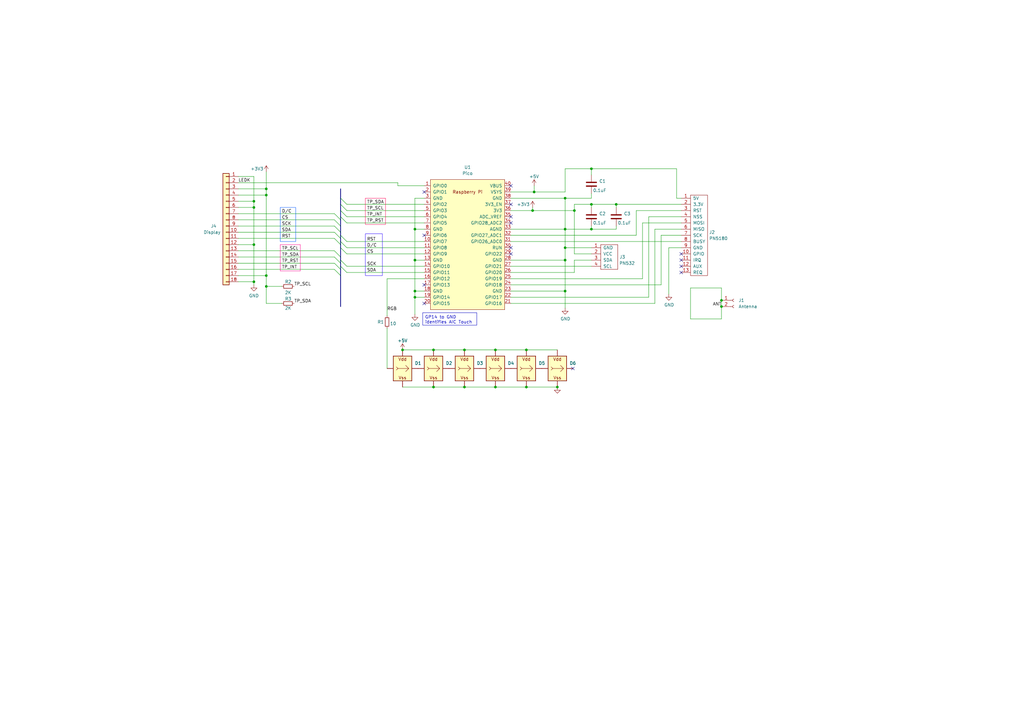
<source format=kicad_sch>
(kicad_sch (version 20230121) (generator eeschema)

  (uuid 2e3f5573-c264-4a8b-a2f0-0e6473d39aad)

  (paper "A3")

  (lib_symbols
    (symbol "Connector:Conn_01x02_Female" (pin_names (offset 1.016) hide) (in_bom yes) (on_board yes)
      (property "Reference" "J" (at 0 2.54 0)
        (effects (font (size 1.27 1.27)))
      )
      (property "Value" "Conn_01x02_Female" (at 0 -5.08 0)
        (effects (font (size 1.27 1.27)))
      )
      (property "Footprint" "" (at 0 0 0)
        (effects (font (size 1.27 1.27)) hide)
      )
      (property "Datasheet" "~" (at 0 0 0)
        (effects (font (size 1.27 1.27)) hide)
      )
      (property "ki_keywords" "connector" (at 0 0 0)
        (effects (font (size 1.27 1.27)) hide)
      )
      (property "ki_description" "Generic connector, single row, 01x02, script generated (kicad-library-utils/schlib/autogen/connector/)" (at 0 0 0)
        (effects (font (size 1.27 1.27)) hide)
      )
      (property "ki_fp_filters" "Connector*:*_1x??_*" (at 0 0 0)
        (effects (font (size 1.27 1.27)) hide)
      )
      (symbol "Conn_01x02_Female_1_1"
        (arc (start 0 -2.032) (mid -0.5058 -2.54) (end 0 -3.048)
          (stroke (width 0.1524) (type default))
          (fill (type none))
        )
        (polyline
          (pts
            (xy -1.27 -2.54)
            (xy -0.508 -2.54)
          )
          (stroke (width 0.1524) (type default))
          (fill (type none))
        )
        (polyline
          (pts
            (xy -1.27 0)
            (xy -0.508 0)
          )
          (stroke (width 0.1524) (type default))
          (fill (type none))
        )
        (arc (start 0 0.508) (mid -0.5058 0) (end 0 -0.508)
          (stroke (width 0.1524) (type default))
          (fill (type none))
        )
        (pin passive line (at -5.08 0 0) (length 3.81)
          (name "Pin_1" (effects (font (size 1.27 1.27))))
          (number "1" (effects (font (size 1.27 1.27))))
        )
        (pin passive line (at -5.08 -2.54 0) (length 3.81)
          (name "Pin_2" (effects (font (size 1.27 1.27))))
          (number "2" (effects (font (size 1.27 1.27))))
        )
      )
    )
    (symbol "Connector_Generic:Conn_01x18" (pin_names (offset 1.016) hide) (in_bom yes) (on_board yes)
      (property "Reference" "J" (at 0 22.86 0)
        (effects (font (size 1.27 1.27)))
      )
      (property "Value" "Conn_01x18" (at 0 -25.4 0)
        (effects (font (size 1.27 1.27)))
      )
      (property "Footprint" "" (at 0 0 0)
        (effects (font (size 1.27 1.27)) hide)
      )
      (property "Datasheet" "~" (at 0 0 0)
        (effects (font (size 1.27 1.27)) hide)
      )
      (property "ki_keywords" "connector" (at 0 0 0)
        (effects (font (size 1.27 1.27)) hide)
      )
      (property "ki_description" "Generic connector, single row, 01x18, script generated (kicad-library-utils/schlib/autogen/connector/)" (at 0 0 0)
        (effects (font (size 1.27 1.27)) hide)
      )
      (property "ki_fp_filters" "Connector*:*_1x??_*" (at 0 0 0)
        (effects (font (size 1.27 1.27)) hide)
      )
      (symbol "Conn_01x18_1_1"
        (rectangle (start -1.27 -22.733) (end 0 -22.987)
          (stroke (width 0.1524) (type default))
          (fill (type none))
        )
        (rectangle (start -1.27 -20.193) (end 0 -20.447)
          (stroke (width 0.1524) (type default))
          (fill (type none))
        )
        (rectangle (start -1.27 -17.653) (end 0 -17.907)
          (stroke (width 0.1524) (type default))
          (fill (type none))
        )
        (rectangle (start -1.27 -15.113) (end 0 -15.367)
          (stroke (width 0.1524) (type default))
          (fill (type none))
        )
        (rectangle (start -1.27 -12.573) (end 0 -12.827)
          (stroke (width 0.1524) (type default))
          (fill (type none))
        )
        (rectangle (start -1.27 -10.033) (end 0 -10.287)
          (stroke (width 0.1524) (type default))
          (fill (type none))
        )
        (rectangle (start -1.27 -7.493) (end 0 -7.747)
          (stroke (width 0.1524) (type default))
          (fill (type none))
        )
        (rectangle (start -1.27 -4.953) (end 0 -5.207)
          (stroke (width 0.1524) (type default))
          (fill (type none))
        )
        (rectangle (start -1.27 -2.413) (end 0 -2.667)
          (stroke (width 0.1524) (type default))
          (fill (type none))
        )
        (rectangle (start -1.27 0.127) (end 0 -0.127)
          (stroke (width 0.1524) (type default))
          (fill (type none))
        )
        (rectangle (start -1.27 2.667) (end 0 2.413)
          (stroke (width 0.1524) (type default))
          (fill (type none))
        )
        (rectangle (start -1.27 5.207) (end 0 4.953)
          (stroke (width 0.1524) (type default))
          (fill (type none))
        )
        (rectangle (start -1.27 7.747) (end 0 7.493)
          (stroke (width 0.1524) (type default))
          (fill (type none))
        )
        (rectangle (start -1.27 10.287) (end 0 10.033)
          (stroke (width 0.1524) (type default))
          (fill (type none))
        )
        (rectangle (start -1.27 12.827) (end 0 12.573)
          (stroke (width 0.1524) (type default))
          (fill (type none))
        )
        (rectangle (start -1.27 15.367) (end 0 15.113)
          (stroke (width 0.1524) (type default))
          (fill (type none))
        )
        (rectangle (start -1.27 17.907) (end 0 17.653)
          (stroke (width 0.1524) (type default))
          (fill (type none))
        )
        (rectangle (start -1.27 20.447) (end 0 20.193)
          (stroke (width 0.1524) (type default))
          (fill (type none))
        )
        (rectangle (start -1.27 21.59) (end 1.27 -24.13)
          (stroke (width 0.254) (type default))
          (fill (type background))
        )
        (pin passive line (at -5.08 20.32 0) (length 3.81)
          (name "Pin_1" (effects (font (size 1.27 1.27))))
          (number "1" (effects (font (size 1.27 1.27))))
        )
        (pin passive line (at -5.08 -2.54 0) (length 3.81)
          (name "Pin_10" (effects (font (size 1.27 1.27))))
          (number "10" (effects (font (size 1.27 1.27))))
        )
        (pin passive line (at -5.08 -5.08 0) (length 3.81)
          (name "Pin_11" (effects (font (size 1.27 1.27))))
          (number "11" (effects (font (size 1.27 1.27))))
        )
        (pin passive line (at -5.08 -7.62 0) (length 3.81)
          (name "Pin_12" (effects (font (size 1.27 1.27))))
          (number "12" (effects (font (size 1.27 1.27))))
        )
        (pin passive line (at -5.08 -10.16 0) (length 3.81)
          (name "Pin_13" (effects (font (size 1.27 1.27))))
          (number "13" (effects (font (size 1.27 1.27))))
        )
        (pin passive line (at -5.08 -12.7 0) (length 3.81)
          (name "Pin_14" (effects (font (size 1.27 1.27))))
          (number "14" (effects (font (size 1.27 1.27))))
        )
        (pin passive line (at -5.08 -15.24 0) (length 3.81)
          (name "Pin_15" (effects (font (size 1.27 1.27))))
          (number "15" (effects (font (size 1.27 1.27))))
        )
        (pin passive line (at -5.08 -17.78 0) (length 3.81)
          (name "Pin_16" (effects (font (size 1.27 1.27))))
          (number "16" (effects (font (size 1.27 1.27))))
        )
        (pin passive line (at -5.08 -20.32 0) (length 3.81)
          (name "Pin_17" (effects (font (size 1.27 1.27))))
          (number "17" (effects (font (size 1.27 1.27))))
        )
        (pin passive line (at -5.08 -22.86 0) (length 3.81)
          (name "Pin_18" (effects (font (size 1.27 1.27))))
          (number "18" (effects (font (size 1.27 1.27))))
        )
        (pin passive line (at -5.08 17.78 0) (length 3.81)
          (name "Pin_2" (effects (font (size 1.27 1.27))))
          (number "2" (effects (font (size 1.27 1.27))))
        )
        (pin passive line (at -5.08 15.24 0) (length 3.81)
          (name "Pin_3" (effects (font (size 1.27 1.27))))
          (number "3" (effects (font (size 1.27 1.27))))
        )
        (pin passive line (at -5.08 12.7 0) (length 3.81)
          (name "Pin_4" (effects (font (size 1.27 1.27))))
          (number "4" (effects (font (size 1.27 1.27))))
        )
        (pin passive line (at -5.08 10.16 0) (length 3.81)
          (name "Pin_5" (effects (font (size 1.27 1.27))))
          (number "5" (effects (font (size 1.27 1.27))))
        )
        (pin passive line (at -5.08 7.62 0) (length 3.81)
          (name "Pin_6" (effects (font (size 1.27 1.27))))
          (number "6" (effects (font (size 1.27 1.27))))
        )
        (pin passive line (at -5.08 5.08 0) (length 3.81)
          (name "Pin_7" (effects (font (size 1.27 1.27))))
          (number "7" (effects (font (size 1.27 1.27))))
        )
        (pin passive line (at -5.08 2.54 0) (length 3.81)
          (name "Pin_8" (effects (font (size 1.27 1.27))))
          (number "8" (effects (font (size 1.27 1.27))))
        )
        (pin passive line (at -5.08 0 0) (length 3.81)
          (name "Pin_9" (effects (font (size 1.27 1.27))))
          (number "9" (effects (font (size 1.27 1.27))))
        )
      )
    )
    (symbol "Device:C" (pin_numbers hide) (pin_names (offset 0.254)) (in_bom yes) (on_board yes)
      (property "Reference" "C" (at 0.635 2.54 0)
        (effects (font (size 1.27 1.27)) (justify left))
      )
      (property "Value" "C" (at 0.635 -2.54 0)
        (effects (font (size 1.27 1.27)) (justify left))
      )
      (property "Footprint" "" (at 0.9652 -3.81 0)
        (effects (font (size 1.27 1.27)) hide)
      )
      (property "Datasheet" "~" (at 0 0 0)
        (effects (font (size 1.27 1.27)) hide)
      )
      (property "ki_keywords" "cap capacitor" (at 0 0 0)
        (effects (font (size 1.27 1.27)) hide)
      )
      (property "ki_description" "Unpolarized capacitor" (at 0 0 0)
        (effects (font (size 1.27 1.27)) hide)
      )
      (property "ki_fp_filters" "C_*" (at 0 0 0)
        (effects (font (size 1.27 1.27)) hide)
      )
      (symbol "C_0_1"
        (polyline
          (pts
            (xy -2.032 -0.762)
            (xy 2.032 -0.762)
          )
          (stroke (width 0.508) (type default))
          (fill (type none))
        )
        (polyline
          (pts
            (xy -2.032 0.762)
            (xy 2.032 0.762)
          )
          (stroke (width 0.508) (type default))
          (fill (type none))
        )
      )
      (symbol "C_1_1"
        (pin passive line (at 0 3.81 270) (length 2.794)
          (name "~" (effects (font (size 1.27 1.27))))
          (number "1" (effects (font (size 1.27 1.27))))
        )
        (pin passive line (at 0 -3.81 90) (length 2.794)
          (name "~" (effects (font (size 1.27 1.27))))
          (number "2" (effects (font (size 1.27 1.27))))
        )
      )
    )
    (symbol "Device:R_Small" (pin_numbers hide) (pin_names (offset 0.254) hide) (in_bom yes) (on_board yes)
      (property "Reference" "R" (at 0.762 0.508 0)
        (effects (font (size 1.27 1.27)) (justify left))
      )
      (property "Value" "R_Small" (at 0.762 -1.016 0)
        (effects (font (size 1.27 1.27)) (justify left))
      )
      (property "Footprint" "" (at 0 0 0)
        (effects (font (size 1.27 1.27)) hide)
      )
      (property "Datasheet" "~" (at 0 0 0)
        (effects (font (size 1.27 1.27)) hide)
      )
      (property "ki_keywords" "R resistor" (at 0 0 0)
        (effects (font (size 1.27 1.27)) hide)
      )
      (property "ki_description" "Resistor, small symbol" (at 0 0 0)
        (effects (font (size 1.27 1.27)) hide)
      )
      (property "ki_fp_filters" "R_*" (at 0 0 0)
        (effects (font (size 1.27 1.27)) hide)
      )
      (symbol "R_Small_0_1"
        (rectangle (start -0.762 1.778) (end 0.762 -1.778)
          (stroke (width 0.2032) (type default))
          (fill (type none))
        )
      )
      (symbol "R_Small_1_1"
        (pin passive line (at 0 2.54 270) (length 0.762)
          (name "~" (effects (font (size 1.27 1.27))))
          (number "1" (effects (font (size 1.27 1.27))))
        )
        (pin passive line (at 0 -2.54 90) (length 0.762)
          (name "~" (effects (font (size 1.27 1.27))))
          (number "2" (effects (font (size 1.27 1.27))))
        )
      )
    )
    (symbol "aic_pico:PN5180" (pin_names (offset 1.016)) (in_bom yes) (on_board yes)
      (property "Reference" "J" (at 0 17.78 0)
        (effects (font (size 1.27 1.27)))
      )
      (property "Value" "PN5180" (at 0 -18.415 0)
        (effects (font (size 1.27 1.27)))
      )
      (property "Footprint" "aic_pico:pn5180_conn" (at 0 -17.145 0)
        (effects (font (size 1.27 1.27)) hide)
      )
      (property "Datasheet" "" (at 0 0 0)
        (effects (font (size 1.27 1.27)) hide)
      )
      (property "ki_keywords" "connector" (at 0 0 0)
        (effects (font (size 1.27 1.27)) hide)
      )
      (property "ki_description" "Generic connector, single row, 01x13, script generated" (at 0 0 0)
        (effects (font (size 1.27 1.27)) hide)
      )
      (property "ki_fp_filters" "Connector*:*_1x??_*" (at 0 0 0)
        (effects (font (size 1.27 1.27)) hide)
      )
      (symbol "PN5180_1_1"
        (rectangle (start -1.27 16.51) (end 5.715 -16.51)
          (stroke (width 0) (type default))
          (fill (type none))
        )
        (pin power_in line (at -5.08 15.24 0) (length 3.81)
          (name "5V" (effects (font (size 1.27 1.27))))
          (number "1" (effects (font (size 1.27 1.27))))
        )
        (pin bidirectional line (at -5.08 -7.62 0) (length 3.81)
          (name "GPIO" (effects (font (size 1.27 1.27))))
          (number "10" (effects (font (size 1.27 1.27))))
        )
        (pin output line (at -5.08 -10.16 0) (length 3.81)
          (name "IRQ" (effects (font (size 1.27 1.27))))
          (number "11" (effects (font (size 1.27 1.27))))
        )
        (pin bidirectional line (at -5.08 -12.7 0) (length 3.81)
          (name "AUX" (effects (font (size 1.27 1.27))))
          (number "12" (effects (font (size 1.27 1.27))))
        )
        (pin bidirectional line (at -5.08 -15.24 0) (length 3.81)
          (name "REQ" (effects (font (size 1.27 1.27))))
          (number "13" (effects (font (size 1.27 1.27))))
        )
        (pin power_in line (at -5.08 12.7 0) (length 3.81)
          (name "3.3V" (effects (font (size 1.27 1.27))))
          (number "2" (effects (font (size 1.27 1.27))))
        )
        (pin input line (at -5.08 10.16 0) (length 3.81)
          (name "RST" (effects (font (size 1.27 1.27))))
          (number "3" (effects (font (size 1.27 1.27))))
        )
        (pin input line (at -5.08 7.62 0) (length 3.81)
          (name "NSS" (effects (font (size 1.27 1.27))))
          (number "4" (effects (font (size 1.27 1.27))))
        )
        (pin input line (at -5.08 5.08 0) (length 3.81)
          (name "MOSI" (effects (font (size 1.27 1.27))))
          (number "5" (effects (font (size 1.27 1.27))))
        )
        (pin output line (at -5.08 2.54 0) (length 3.81)
          (name "MISO" (effects (font (size 1.27 1.27))))
          (number "6" (effects (font (size 1.27 1.27))))
        )
        (pin input line (at -5.08 0 0) (length 3.81)
          (name "SCK" (effects (font (size 1.27 1.27))))
          (number "7" (effects (font (size 1.27 1.27))))
        )
        (pin output line (at -5.08 -2.54 0) (length 3.81)
          (name "BUSY" (effects (font (size 1.27 1.27))))
          (number "8" (effects (font (size 1.27 1.27))))
        )
        (pin power_in line (at -5.08 -5.08 0) (length 3.81)
          (name "GND" (effects (font (size 1.27 1.27))))
          (number "9" (effects (font (size 1.27 1.27))))
        )
      )
    )
    (symbol "aic_pico:PN532" (pin_names (offset 1.016)) (in_bom yes) (on_board yes)
      (property "Reference" "J" (at -1.27 6.35 0)
        (effects (font (size 1.27 1.27)))
      )
      (property "Value" "PN532" (at 1.27 -6.985 0)
        (effects (font (size 1.27 1.27)))
      )
      (property "Footprint" "aic_pico:pn532_conn" (at -0.635 -7.62 0)
        (effects (font (size 1.27 1.27)) hide)
      )
      (property "Datasheet" "" (at 0 0 0)
        (effects (font (size 1.27 1.27)) hide)
      )
      (property "ki_keywords" "connector" (at 0 0 0)
        (effects (font (size 1.27 1.27)) hide)
      )
      (property "ki_description" "Generic connector, single row, 01x13, script generated" (at 0 0 0)
        (effects (font (size 1.27 1.27)) hide)
      )
      (property "ki_fp_filters" "Connector*:*_1x??_*" (at 0 0 0)
        (effects (font (size 1.27 1.27)) hide)
      )
      (symbol "PN532_1_1"
        (rectangle (start -2.54 5.08) (end 4.445 -5.08)
          (stroke (width 0) (type default))
          (fill (type none))
        )
        (pin power_in line (at -6.35 3.81 0) (length 3.81)
          (name "GND" (effects (font (size 1.27 1.27))))
          (number "1" (effects (font (size 1.27 1.27))))
        )
        (pin power_in line (at -6.35 1.27 0) (length 3.81)
          (name "VCC" (effects (font (size 1.27 1.27))))
          (number "2" (effects (font (size 1.27 1.27))))
        )
        (pin bidirectional line (at -6.35 -1.27 0) (length 3.81)
          (name "SDA" (effects (font (size 1.27 1.27))))
          (number "3" (effects (font (size 1.27 1.27))))
        )
        (pin bidirectional line (at -6.35 -3.81 0) (length 3.81)
          (name "SCL" (effects (font (size 1.27 1.27))))
          (number "4" (effects (font (size 1.27 1.27))))
        )
      )
    )
    (symbol "aic_pico:Pico_Trim" (pin_names (offset 1.016)) (in_bom yes) (on_board yes)
      (property "Reference" "U" (at -13.97 27.94 0)
        (effects (font (size 1.27 1.27)))
      )
      (property "Value" "Pico_Trim" (at 0 19.05 0)
        (effects (font (size 1.27 1.27)))
      )
      (property "Footprint" "aic_pico:RPi_Pico_SMD_No_USB" (at 0 0 90)
        (effects (font (size 1.27 1.27)) hide)
      )
      (property "Datasheet" "" (at 0 0 0)
        (effects (font (size 1.27 1.27)) hide)
      )
      (symbol "Pico_Trim_0_0"
        (text "Raspberry Pi" (at 0 21.59 0)
          (effects (font (size 1.27 1.27)))
        )
      )
      (symbol "Pico_Trim_0_1"
        (rectangle (start -15.24 26.67) (end 15.24 -26.67)
          (stroke (width 0) (type default))
          (fill (type background))
        )
      )
      (symbol "Pico_Trim_1_1"
        (pin bidirectional line (at -17.78 24.13 0) (length 2.54)
          (name "GPIO0" (effects (font (size 1.27 1.27))))
          (number "1" (effects (font (size 1.27 1.27))))
        )
        (pin bidirectional line (at -17.78 1.27 0) (length 2.54)
          (name "GPIO7" (effects (font (size 1.27 1.27))))
          (number "10" (effects (font (size 1.27 1.27))))
        )
        (pin bidirectional line (at -17.78 -1.27 0) (length 2.54)
          (name "GPIO8" (effects (font (size 1.27 1.27))))
          (number "11" (effects (font (size 1.27 1.27))))
        )
        (pin bidirectional line (at -17.78 -3.81 0) (length 2.54)
          (name "GPIO9" (effects (font (size 1.27 1.27))))
          (number "12" (effects (font (size 1.27 1.27))))
        )
        (pin power_in line (at -17.78 -6.35 0) (length 2.54)
          (name "GND" (effects (font (size 1.27 1.27))))
          (number "13" (effects (font (size 1.27 1.27))))
        )
        (pin bidirectional line (at -17.78 -8.89 0) (length 2.54)
          (name "GPIO10" (effects (font (size 1.27 1.27))))
          (number "14" (effects (font (size 1.27 1.27))))
        )
        (pin bidirectional line (at -17.78 -11.43 0) (length 2.54)
          (name "GPIO11" (effects (font (size 1.27 1.27))))
          (number "15" (effects (font (size 1.27 1.27))))
        )
        (pin bidirectional line (at -17.78 -13.97 0) (length 2.54)
          (name "GPIO12" (effects (font (size 1.27 1.27))))
          (number "16" (effects (font (size 1.27 1.27))))
        )
        (pin bidirectional line (at -17.78 -16.51 0) (length 2.54)
          (name "GPIO13" (effects (font (size 1.27 1.27))))
          (number "17" (effects (font (size 1.27 1.27))))
        )
        (pin power_in line (at -17.78 -19.05 0) (length 2.54)
          (name "GND" (effects (font (size 1.27 1.27))))
          (number "18" (effects (font (size 1.27 1.27))))
        )
        (pin bidirectional line (at -17.78 -21.59 0) (length 2.54)
          (name "GPIO14" (effects (font (size 1.27 1.27))))
          (number "19" (effects (font (size 1.27 1.27))))
        )
        (pin bidirectional line (at -17.78 21.59 0) (length 2.54)
          (name "GPIO1" (effects (font (size 1.27 1.27))))
          (number "2" (effects (font (size 1.27 1.27))))
        )
        (pin bidirectional line (at -17.78 -24.13 0) (length 2.54)
          (name "GPIO15" (effects (font (size 1.27 1.27))))
          (number "20" (effects (font (size 1.27 1.27))))
        )
        (pin bidirectional line (at 17.78 -24.13 180) (length 2.54)
          (name "GPIO16" (effects (font (size 1.27 1.27))))
          (number "21" (effects (font (size 1.27 1.27))))
        )
        (pin bidirectional line (at 17.78 -21.59 180) (length 2.54)
          (name "GPIO17" (effects (font (size 1.27 1.27))))
          (number "22" (effects (font (size 1.27 1.27))))
        )
        (pin power_in line (at 17.78 -19.05 180) (length 2.54)
          (name "GND" (effects (font (size 1.27 1.27))))
          (number "23" (effects (font (size 1.27 1.27))))
        )
        (pin bidirectional line (at 17.78 -16.51 180) (length 2.54)
          (name "GPIO18" (effects (font (size 1.27 1.27))))
          (number "24" (effects (font (size 1.27 1.27))))
        )
        (pin bidirectional line (at 17.78 -13.97 180) (length 2.54)
          (name "GPIO19" (effects (font (size 1.27 1.27))))
          (number "25" (effects (font (size 1.27 1.27))))
        )
        (pin bidirectional line (at 17.78 -11.43 180) (length 2.54)
          (name "GPIO20" (effects (font (size 1.27 1.27))))
          (number "26" (effects (font (size 1.27 1.27))))
        )
        (pin bidirectional line (at 17.78 -8.89 180) (length 2.54)
          (name "GPIO21" (effects (font (size 1.27 1.27))))
          (number "27" (effects (font (size 1.27 1.27))))
        )
        (pin power_in line (at 17.78 -6.35 180) (length 2.54)
          (name "GND" (effects (font (size 1.27 1.27))))
          (number "28" (effects (font (size 1.27 1.27))))
        )
        (pin bidirectional line (at 17.78 -3.81 180) (length 2.54)
          (name "GPIO22" (effects (font (size 1.27 1.27))))
          (number "29" (effects (font (size 1.27 1.27))))
        )
        (pin power_in line (at -17.78 19.05 0) (length 2.54)
          (name "GND" (effects (font (size 1.27 1.27))))
          (number "3" (effects (font (size 1.27 1.27))))
        )
        (pin input line (at 17.78 -1.27 180) (length 2.54)
          (name "RUN" (effects (font (size 1.27 1.27))))
          (number "30" (effects (font (size 1.27 1.27))))
        )
        (pin bidirectional line (at 17.78 1.27 180) (length 2.54)
          (name "GPIO26_ADC0" (effects (font (size 1.27 1.27))))
          (number "31" (effects (font (size 1.27 1.27))))
        )
        (pin bidirectional line (at 17.78 3.81 180) (length 2.54)
          (name "GPIO27_ADC1" (effects (font (size 1.27 1.27))))
          (number "32" (effects (font (size 1.27 1.27))))
        )
        (pin power_in line (at 17.78 6.35 180) (length 2.54)
          (name "AGND" (effects (font (size 1.27 1.27))))
          (number "33" (effects (font (size 1.27 1.27))))
        )
        (pin bidirectional line (at 17.78 8.89 180) (length 2.54)
          (name "GPIO28_ADC2" (effects (font (size 1.27 1.27))))
          (number "34" (effects (font (size 1.27 1.27))))
        )
        (pin unspecified line (at 17.78 11.43 180) (length 2.54)
          (name "ADC_VREF" (effects (font (size 1.27 1.27))))
          (number "35" (effects (font (size 1.27 1.27))))
        )
        (pin unspecified line (at 17.78 13.97 180) (length 2.54)
          (name "3V3" (effects (font (size 1.27 1.27))))
          (number "36" (effects (font (size 1.27 1.27))))
        )
        (pin input line (at 17.78 16.51 180) (length 2.54)
          (name "3V3_EN" (effects (font (size 1.27 1.27))))
          (number "37" (effects (font (size 1.27 1.27))))
        )
        (pin bidirectional line (at 17.78 19.05 180) (length 2.54)
          (name "GND" (effects (font (size 1.27 1.27))))
          (number "38" (effects (font (size 1.27 1.27))))
        )
        (pin unspecified line (at 17.78 21.59 180) (length 2.54)
          (name "VSYS" (effects (font (size 1.27 1.27))))
          (number "39" (effects (font (size 1.27 1.27))))
        )
        (pin bidirectional line (at -17.78 16.51 0) (length 2.54)
          (name "GPIO2" (effects (font (size 1.27 1.27))))
          (number "4" (effects (font (size 1.27 1.27))))
        )
        (pin unspecified line (at 17.78 24.13 180) (length 2.54)
          (name "VBUS" (effects (font (size 1.27 1.27))))
          (number "40" (effects (font (size 1.27 1.27))))
        )
        (pin bidirectional line (at -17.78 13.97 0) (length 2.54)
          (name "GPIO3" (effects (font (size 1.27 1.27))))
          (number "5" (effects (font (size 1.27 1.27))))
        )
        (pin bidirectional line (at -17.78 11.43 0) (length 2.54)
          (name "GPIO4" (effects (font (size 1.27 1.27))))
          (number "6" (effects (font (size 1.27 1.27))))
        )
        (pin bidirectional line (at -17.78 8.89 0) (length 2.54)
          (name "GPIO5" (effects (font (size 1.27 1.27))))
          (number "7" (effects (font (size 1.27 1.27))))
        )
        (pin power_in line (at -17.78 6.35 0) (length 2.54)
          (name "GND" (effects (font (size 1.27 1.27))))
          (number "8" (effects (font (size 1.27 1.27))))
        )
        (pin bidirectional line (at -17.78 3.81 0) (length 2.54)
          (name "GPIO6" (effects (font (size 1.27 1.27))))
          (number "9" (effects (font (size 1.27 1.27))))
        )
      )
    )
    (symbol "aic_pico:WS2812B_Unified" (pin_numbers hide) (pin_names (offset 0.254) hide) (in_bom yes) (on_board yes)
      (property "Reference" "D10" (at 2.54 6.35 0)
        (effects (font (size 1.27 1.27)))
      )
      (property "Value" "WS2812B_Unified" (at 15.24 1.7907 0)
        (effects (font (size 1.27 1.27)) hide)
      )
      (property "Footprint" "iidx_pico:WS2812B-2835" (at 1.27 -7.62 0)
        (effects (font (size 1.27 1.27)) (justify left top) hide)
      )
      (property "Datasheet" "" (at 2.54 -9.525 0)
        (effects (font (size 1.27 1.27)) (justify left top) hide)
      )
      (property "ki_keywords" "RGB LED NeoPixel addressable" (at 0 0 0)
        (effects (font (size 1.27 1.27)) hide)
      )
      (property "ki_description" "RGB LED with integrated controller" (at 0 0 0)
        (effects (font (size 1.27 1.27)) hide)
      )
      (property "ki_fp_filters" "LED*WS2812" (at 0 0 0)
        (effects (font (size 1.27 1.27)) hide)
      )
      (symbol "WS2812B_Unified_0_0"
        (polyline
          (pts
            (xy -1.905 0)
            (xy 2.54 0)
            (xy 1.27 1.27)
          )
          (stroke (width 0) (type default))
          (fill (type none))
        )
        (text "Vdd" (at 0 3.81 0)
          (effects (font (size 1.27 1.27)))
        )
        (text "Vss" (at 0 -3.81 0)
          (effects (font (size 1.27 1.27)))
        )
      )
      (symbol "WS2812B_Unified_0_1"
        (rectangle (start -3.81 5.08) (end 3.81 -5.08)
          (stroke (width 0.254) (type default))
          (fill (type background))
        )
        (polyline
          (pts
            (xy 1.27 -1.27)
            (xy 2.54 0)
          )
          (stroke (width 0) (type default))
          (fill (type none))
        )
        (polyline
          (pts
            (xy -2.54 0.635)
            (xy -1.905 0)
            (xy -2.54 -0.635)
          )
          (stroke (width 0) (type default))
          (fill (type none))
        )
      )
      (symbol "WS2812B_Unified_1_1"
        (pin power_in line (at 0 -7.62 90) (length 2.54)
          (name "VSS" (effects (font (size 1.27 1.27))))
          (number "G" (effects (font (size 1.27 1.27))))
        )
        (pin input line (at -6.35 0 0) (length 2.54)
          (name "In" (effects (font (size 1.27 1.27))))
          (number "I" (effects (font (size 1.27 1.27))))
        )
        (pin output line (at 6.35 0 180) (length 2.54)
          (name "Out" (effects (font (size 1.27 1.27))))
          (number "O" (effects (font (size 1.27 1.27))))
        )
        (pin power_in line (at 0 7.62 270) (length 2.54)
          (name "VDD" (effects (font (size 1.27 1.27))))
          (number "V" (effects (font (size 1.27 1.27))))
        )
      )
    )
    (symbol "power:+3V3" (power) (pin_names (offset 0)) (in_bom yes) (on_board yes)
      (property "Reference" "#PWR" (at 0 -3.81 0)
        (effects (font (size 1.27 1.27)) hide)
      )
      (property "Value" "+3V3" (at 0 3.556 0)
        (effects (font (size 1.27 1.27)))
      )
      (property "Footprint" "" (at 0 0 0)
        (effects (font (size 1.27 1.27)) hide)
      )
      (property "Datasheet" "" (at 0 0 0)
        (effects (font (size 1.27 1.27)) hide)
      )
      (property "ki_keywords" "power-flag" (at 0 0 0)
        (effects (font (size 1.27 1.27)) hide)
      )
      (property "ki_description" "Power symbol creates a global label with name \"+3V3\"" (at 0 0 0)
        (effects (font (size 1.27 1.27)) hide)
      )
      (symbol "+3V3_0_1"
        (polyline
          (pts
            (xy -0.762 1.27)
            (xy 0 2.54)
          )
          (stroke (width 0) (type default))
          (fill (type none))
        )
        (polyline
          (pts
            (xy 0 0)
            (xy 0 2.54)
          )
          (stroke (width 0) (type default))
          (fill (type none))
        )
        (polyline
          (pts
            (xy 0 2.54)
            (xy 0.762 1.27)
          )
          (stroke (width 0) (type default))
          (fill (type none))
        )
      )
      (symbol "+3V3_1_1"
        (pin power_in line (at 0 0 90) (length 0) hide
          (name "+3V3" (effects (font (size 1.27 1.27))))
          (number "1" (effects (font (size 1.27 1.27))))
        )
      )
    )
    (symbol "power:+5V" (power) (pin_names (offset 0)) (in_bom yes) (on_board yes)
      (property "Reference" "#PWR" (at 0 -3.81 0)
        (effects (font (size 1.27 1.27)) hide)
      )
      (property "Value" "+5V" (at 0 3.556 0)
        (effects (font (size 1.27 1.27)))
      )
      (property "Footprint" "" (at 0 0 0)
        (effects (font (size 1.27 1.27)) hide)
      )
      (property "Datasheet" "" (at 0 0 0)
        (effects (font (size 1.27 1.27)) hide)
      )
      (property "ki_keywords" "power-flag" (at 0 0 0)
        (effects (font (size 1.27 1.27)) hide)
      )
      (property "ki_description" "Power symbol creates a global label with name \"+5V\"" (at 0 0 0)
        (effects (font (size 1.27 1.27)) hide)
      )
      (symbol "+5V_0_1"
        (polyline
          (pts
            (xy -0.762 1.27)
            (xy 0 2.54)
          )
          (stroke (width 0) (type default))
          (fill (type none))
        )
        (polyline
          (pts
            (xy 0 0)
            (xy 0 2.54)
          )
          (stroke (width 0) (type default))
          (fill (type none))
        )
        (polyline
          (pts
            (xy 0 2.54)
            (xy 0.762 1.27)
          )
          (stroke (width 0) (type default))
          (fill (type none))
        )
      )
      (symbol "+5V_1_1"
        (pin power_in line (at 0 0 90) (length 0) hide
          (name "+5V" (effects (font (size 1.27 1.27))))
          (number "1" (effects (font (size 1.27 1.27))))
        )
      )
    )
    (symbol "power:GND" (power) (pin_names (offset 0)) (in_bom yes) (on_board yes)
      (property "Reference" "#PWR" (at 0 -6.35 0)
        (effects (font (size 1.27 1.27)) hide)
      )
      (property "Value" "GND" (at 0 -3.81 0)
        (effects (font (size 1.27 1.27)))
      )
      (property "Footprint" "" (at 0 0 0)
        (effects (font (size 1.27 1.27)) hide)
      )
      (property "Datasheet" "" (at 0 0 0)
        (effects (font (size 1.27 1.27)) hide)
      )
      (property "ki_keywords" "power-flag" (at 0 0 0)
        (effects (font (size 1.27 1.27)) hide)
      )
      (property "ki_description" "Power symbol creates a global label with name \"GND\" , ground" (at 0 0 0)
        (effects (font (size 1.27 1.27)) hide)
      )
      (symbol "GND_0_1"
        (polyline
          (pts
            (xy 0 0)
            (xy 0 -1.27)
            (xy 1.27 -1.27)
            (xy 0 -2.54)
            (xy -1.27 -1.27)
            (xy 0 -1.27)
          )
          (stroke (width 0) (type default))
          (fill (type none))
        )
      )
      (symbol "GND_1_1"
        (pin power_in line (at 0 0 270) (length 0) hide
          (name "GND" (effects (font (size 1.27 1.27))))
          (number "1" (effects (font (size 1.27 1.27))))
        )
      )
    )
  )

  (junction (at 231.775 81.28) (diameter 0) (color 0 0 0 0)
    (uuid 0642315a-8bbe-4097-92c0-8381bc7da6e8)
  )
  (junction (at 252.73 83.82) (diameter 0) (color 0 0 0 0)
    (uuid 0f705086-8757-4ccd-898e-850f1e34f022)
  )
  (junction (at 177.8 158.75) (diameter 0) (color 0 0 0 0)
    (uuid 1535672b-00bd-4f01-b5f6-6c89487baad7)
  )
  (junction (at 109.22 113.03) (diameter 0) (color 0 0 0 0)
    (uuid 195819ec-fc70-4fe7-adcb-f8ead16cb200)
  )
  (junction (at 215.9 143.51) (diameter 0) (color 0 0 0 0)
    (uuid 26448785-d6dc-4007-a201-81d140779ec5)
  )
  (junction (at 190.5 143.51) (diameter 0) (color 0 0 0 0)
    (uuid 264684aa-feba-4b81-adea-cb023c8c69d5)
  )
  (junction (at 190.5 158.75) (diameter 0) (color 0 0 0 0)
    (uuid 307b47b3-1ef1-480d-8c2d-2ffcb1fdcdc2)
  )
  (junction (at 235.585 86.36) (diameter 0) (color 0 0 0 0)
    (uuid 40d30f47-ddb9-492d-af90-985cc745e334)
  )
  (junction (at 177.8 143.51) (diameter 0) (color 0 0 0 0)
    (uuid 416e621e-c1e9-4b5a-a420-6c5b2cb432b5)
  )
  (junction (at 203.2 158.75) (diameter 0) (color 0 0 0 0)
    (uuid 4d02e5f1-05e6-4474-a6f7-a3866e145eab)
  )
  (junction (at 242.57 93.98) (diameter 0) (color 0 0 0 0)
    (uuid 5135447d-eb65-4a4e-95ee-d08583074355)
  )
  (junction (at 165.1 143.51) (diameter 0) (color 0 0 0 0)
    (uuid 5a771f0e-90db-42f5-bbb7-c78542f642aa)
  )
  (junction (at 170.18 119.38) (diameter 0) (color 0 0 0 0)
    (uuid 5da908a0-a166-430f-b8d6-3b2ec8444c35)
  )
  (junction (at 109.22 117.475) (diameter 0) (color 0 0 0 0)
    (uuid 60ed15fe-87cf-4c25-8377-9eeeacc7458f)
  )
  (junction (at 218.44 86.36) (diameter 0) (color 0 0 0 0)
    (uuid 686e90fd-231c-4609-97ac-0d21140c846a)
  )
  (junction (at 228.6 158.75) (diameter 0) (color 0 0 0 0)
    (uuid 716ff7f6-a7b7-4255-80ba-034d7f03f119)
  )
  (junction (at 104.14 85.09) (diameter 0) (color 0 0 0 0)
    (uuid 7b297fc4-2a44-4721-800e-d2fe1a3e6bd1)
  )
  (junction (at 104.14 115.57) (diameter 0) (color 0 0 0 0)
    (uuid 87c20c2c-07b1-4be9-9cf3-3c1c8cb84d93)
  )
  (junction (at 203.2 143.51) (diameter 0) (color 0 0 0 0)
    (uuid 941ccbb3-6ecf-4dfe-9a14-a585de4ff137)
  )
  (junction (at 215.9 158.75) (diameter 0) (color 0 0 0 0)
    (uuid 98f45ed8-3359-4049-8b8e-49336e162522)
  )
  (junction (at 219.075 78.74) (diameter 0) (color 0 0 0 0)
    (uuid a4cecb75-2c58-40cb-ba5b-7f8182abf5a7)
  )
  (junction (at 109.22 80.01) (diameter 0) (color 0 0 0 0)
    (uuid a6c4df32-05b0-4540-bdc1-ab4155f2b0a6)
  )
  (junction (at 109.22 77.47) (diameter 0) (color 0 0 0 0)
    (uuid a711bd98-c1f5-444a-ace6-c6fb40082bd0)
  )
  (junction (at 231.775 119.38) (diameter 0) (color 0 0 0 0)
    (uuid af04cdde-acf5-4e11-a9b1-d30caa0be199)
  )
  (junction (at 170.18 106.68) (diameter 0) (color 0 0 0 0)
    (uuid b6c9967b-f254-4f60-b18f-1bdf657a45ee)
  )
  (junction (at 295.91 123.19) (diameter 0) (color 0 0 0 0)
    (uuid b8b3249a-1330-4dc7-9518-f865d92fefd6)
  )
  (junction (at 231.775 101.6) (diameter 0) (color 0 0 0 0)
    (uuid c4f037e7-eee6-4d5a-8c03-0cfdbe21e0a5)
  )
  (junction (at 170.18 93.98) (diameter 0) (color 0 0 0 0)
    (uuid d1d1050e-598a-46ab-acbe-d4e45528f065)
  )
  (junction (at 170.18 121.92) (diameter 0) (color 0 0 0 0)
    (uuid d402c566-4ac0-45c5-96f2-1940baee18e4)
  )
  (junction (at 104.14 100.33) (diameter 0) (color 0 0 0 0)
    (uuid da5223dc-1c46-41af-8505-d59313de5639)
  )
  (junction (at 242.57 69.215) (diameter 0) (color 0 0 0 0)
    (uuid e2b3a7b5-7002-46ae-a341-cbb54d2539ec)
  )
  (junction (at 231.775 106.68) (diameter 0) (color 0 0 0 0)
    (uuid eb040594-1569-4b81-abeb-13d79c4b83a5)
  )
  (junction (at 231.775 93.98) (diameter 0) (color 0 0 0 0)
    (uuid eb6cccb9-dd9d-439e-b15a-f5c4ad573581)
  )
  (junction (at 242.57 83.82) (diameter 0) (color 0 0 0 0)
    (uuid ebe26ef2-89f0-48db-a530-c1707503284b)
  )
  (junction (at 295.91 125.73) (diameter 0) (color 0 0 0 0)
    (uuid f447bbaa-3251-493f-b974-3e55f57bf618)
  )
  (junction (at 104.14 82.55) (diameter 0) (color 0 0 0 0)
    (uuid fffe80bd-e6b2-45d8-aa4b-18edc8f20b26)
  )

  (no_connect (at 209.55 104.14) (uuid 0d4f6ee4-93b4-4df7-87ba-3de1cc105eda))
  (no_connect (at 279.4 106.68) (uuid 27131769-043e-4002-a458-720fec6bd055))
  (no_connect (at 279.4 109.22) (uuid 40c186fe-de5d-436a-a0b6-db6698290ac0))
  (no_connect (at 209.55 101.6) (uuid 490ed4ff-9da7-4951-bd46-3715875e8850))
  (no_connect (at 209.55 83.82) (uuid 490ed4ff-9da7-4951-bd46-3715875e8856))
  (no_connect (at 209.55 88.9) (uuid 490ed4ff-9da7-4951-bd46-3715875e8858))
  (no_connect (at 173.99 124.46) (uuid 4a841462-8c86-4850-9dd9-3ab9c50d54e4))
  (no_connect (at 209.55 91.44) (uuid 4fd199c4-5de5-42fd-82e8-5266094a993d))
  (no_connect (at 234.95 151.13) (uuid 58ffe2e7-e3e3-49cc-9161-310b712decd8))
  (no_connect (at 209.55 76.2) (uuid ba58ab36-f6d5-4961-a9a4-40867c047f77))
  (no_connect (at 173.99 116.84) (uuid ba715425-ee40-44ec-b5fb-279c28eb95ef))
  (no_connect (at 279.4 104.14) (uuid c7a3d5d7-f91e-4c05-bd6f-4028f4e02b41))
  (no_connect (at 173.99 96.52) (uuid d552b4cb-ac65-48fb-937f-dd5c5895fa10))
  (no_connect (at 279.4 111.76) (uuid e5f413f5-26df-4ac3-b8cf-44e3c70ef5a9))
  (no_connect (at 173.99 78.74) (uuid fa664f02-0d31-40d6-8e28-f077a0ea4a12))

  (bus_entry (at 139.7 83.82) (size 2.54 2.54)
    (stroke (width 0) (type default))
    (uuid 15aa62c9-7f37-47db-b719-963b36ad4851)
  )
  (bus_entry (at 137.16 97.79) (size 2.54 2.54)
    (stroke (width 0) (type default))
    (uuid 1b3901c3-3c22-4830-bd33-257548326cad)
  )
  (bus_entry (at 137.16 95.25) (size 2.54 2.54)
    (stroke (width 0) (type default))
    (uuid 4f24b11f-518e-4964-993c-4bc81ecc5b2a)
  )
  (bus_entry (at 139.7 99.06) (size 2.54 2.54)
    (stroke (width 0) (type default))
    (uuid 5b02b06d-3b5a-4196-a822-bfedb0ff15fd)
  )
  (bus_entry (at 137.16 107.95) (size 2.54 2.54)
    (stroke (width 0) (type default))
    (uuid 6cb55b1f-5389-491d-b8b9-ca6bb2ddb655)
  )
  (bus_entry (at 137.16 90.17) (size 2.54 2.54)
    (stroke (width 0) (type default))
    (uuid 7126499b-2864-4d7b-8d0f-ba6a081eb2e1)
  )
  (bus_entry (at 139.7 101.6) (size 2.54 2.54)
    (stroke (width 0) (type default))
    (uuid 755550d8-495e-4bef-935a-334d51a500c9)
  )
  (bus_entry (at 137.16 105.41) (size 2.54 2.54)
    (stroke (width 0) (type default))
    (uuid 84b7dd88-9b3e-4b33-a31f-5790cd0c8856)
  )
  (bus_entry (at 137.16 102.87) (size 2.54 2.54)
    (stroke (width 0) (type default))
    (uuid 8ad26a51-a819-44f2-8bbe-5f585cf0ca00)
  )
  (bus_entry (at 137.16 110.49) (size 2.54 2.54)
    (stroke (width 0) (type default))
    (uuid 9a51478a-6a07-497f-8be9-2d4f4a7d3810)
  )
  (bus_entry (at 139.7 86.36) (size 2.54 2.54)
    (stroke (width 0) (type default))
    (uuid a3dceb6e-f8b8-4aa2-8648-ba6d6034298d)
  )
  (bus_entry (at 139.7 109.22) (size 2.54 2.54)
    (stroke (width 0) (type default))
    (uuid a4787595-b1cc-4052-b764-8658d8caf90d)
  )
  (bus_entry (at 139.7 96.52) (size 2.54 2.54)
    (stroke (width 0) (type default))
    (uuid b8b26519-5341-4c7a-8d9d-2d4869428353)
  )
  (bus_entry (at 139.7 106.68) (size 2.54 2.54)
    (stroke (width 0) (type default))
    (uuid c1a4a63e-283e-45ec-b068-8c3f96903c17)
  )
  (bus_entry (at 137.16 87.63) (size 2.54 2.54)
    (stroke (width 0) (type default))
    (uuid c36ab41b-4fda-4ed7-af35-706d99a2839f)
  )
  (bus_entry (at 139.7 81.28) (size 2.54 2.54)
    (stroke (width 0) (type default))
    (uuid f3555f71-561f-4f5b-b4e2-a6bec788b846)
  )
  (bus_entry (at 137.16 92.71) (size 2.54 2.54)
    (stroke (width 0) (type default))
    (uuid f690ffbf-d18c-4b43-bba2-8eb9d0283ccd)
  )
  (bus_entry (at 139.7 88.9) (size 2.54 2.54)
    (stroke (width 0) (type default))
    (uuid fe76c10d-8d76-4b82-8c52-d51155e8bcb7)
  )

  (wire (pts (xy 235.585 83.82) (xy 242.57 83.82))
    (stroke (width 0) (type default))
    (uuid 017bb6c2-a5a5-45ad-b6a8-016561f67002)
  )
  (wire (pts (xy 97.79 82.55) (xy 104.14 82.55))
    (stroke (width 0) (type default))
    (uuid 0300934b-cc67-4788-9bca-034c19b2cc53)
  )
  (bus (pts (xy 139.7 88.9) (xy 139.7 90.17))
    (stroke (width 0) (type default))
    (uuid 030c3d87-ec84-4844-868a-01b76d7f2524)
  )

  (wire (pts (xy 271.145 96.52) (xy 279.4 96.52))
    (stroke (width 0) (type default))
    (uuid 05318c79-b84f-4bb3-b72b-3d46db2442ae)
  )
  (wire (pts (xy 209.55 86.36) (xy 218.44 86.36))
    (stroke (width 0) (type default))
    (uuid 05df71de-724c-4632-8c41-7288fe19d044)
  )
  (wire (pts (xy 219.075 78.74) (xy 231.775 78.74))
    (stroke (width 0) (type default))
    (uuid 05e49ac0-f443-45ec-b909-456096a77c5e)
  )
  (wire (pts (xy 209.55 114.3) (xy 263.525 114.3))
    (stroke (width 0) (type default))
    (uuid 05ea8712-6b49-4d0e-9c87-baae3b2c0196)
  )
  (wire (pts (xy 170.18 81.28) (xy 170.18 93.98))
    (stroke (width 0) (type default))
    (uuid 061ed33a-c368-4e83-8119-e3222027301e)
  )
  (wire (pts (xy 242.57 79.375) (xy 242.57 81.28))
    (stroke (width 0) (type default))
    (uuid 06618423-83e3-46e3-b965-61d6144a9373)
  )
  (wire (pts (xy 142.24 83.82) (xy 173.99 83.82))
    (stroke (width 0) (type default))
    (uuid 0769c21f-9220-47c5-ad60-d025c9e7507c)
  )
  (wire (pts (xy 158.75 114.3) (xy 173.99 114.3))
    (stroke (width 0) (type default))
    (uuid 0a2f30d7-2622-402b-8054-c38fd1169533)
  )
  (bus (pts (xy 139.7 110.49) (xy 139.7 113.03))
    (stroke (width 0) (type default))
    (uuid 0a3e048d-082f-43f3-9e25-4e6910039208)
  )

  (wire (pts (xy 115.57 117.475) (xy 109.22 117.475))
    (stroke (width 0) (type default))
    (uuid 0c1efb88-5fa6-4ef6-b6fc-6640e6496c6c)
  )
  (wire (pts (xy 163.195 76.2) (xy 163.195 74.93))
    (stroke (width 0) (type default))
    (uuid 0c2786e7-643e-4e7c-9505-99ee221f1fe4)
  )
  (wire (pts (xy 231.775 78.74) (xy 231.775 69.215))
    (stroke (width 0) (type default))
    (uuid 0fe73fe5-6380-4f98-98ae-0b4b58b26362)
  )
  (wire (pts (xy 97.79 72.39) (xy 104.14 72.39))
    (stroke (width 0) (type default))
    (uuid 13839a03-0118-4a78-a6c2-0f6364670272)
  )
  (bus (pts (xy 139.7 81.28) (xy 139.7 83.82))
    (stroke (width 0) (type default))
    (uuid 13cd0b54-99f8-4a6e-96ee-c4402d08050d)
  )

  (wire (pts (xy 165.1 158.75) (xy 177.8 158.75))
    (stroke (width 0) (type default))
    (uuid 1643bb34-f4be-468c-ac34-5f15764e1f05)
  )
  (wire (pts (xy 104.14 100.33) (xy 104.14 115.57))
    (stroke (width 0) (type default))
    (uuid 18a7757a-0536-4160-9bca-01fbae1fee4b)
  )
  (wire (pts (xy 104.14 115.57) (xy 104.14 116.84))
    (stroke (width 0) (type default))
    (uuid 18e9e329-8c40-47a9-ab18-59a72e394f7b)
  )
  (wire (pts (xy 142.24 104.14) (xy 173.99 104.14))
    (stroke (width 0) (type default))
    (uuid 18f5038c-d230-4448-b753-c90ec1d8037a)
  )
  (wire (pts (xy 209.55 119.38) (xy 231.775 119.38))
    (stroke (width 0) (type default))
    (uuid 1ccf86f8-7679-43dd-b932-d4a05cc190af)
  )
  (wire (pts (xy 231.775 81.28) (xy 231.775 93.98))
    (stroke (width 0) (type default))
    (uuid 1d1a95b4-7da5-48cb-ae78-f0d88b02ccc0)
  )
  (wire (pts (xy 231.775 93.98) (xy 242.57 93.98))
    (stroke (width 0) (type default))
    (uuid 2199e6b1-c65e-4042-9009-75745e0ba3d8)
  )
  (bus (pts (xy 139.7 109.22) (xy 139.7 110.49))
    (stroke (width 0) (type default))
    (uuid 22bb0ff5-7b97-438a-a8f6-56c92a3b95f7)
  )
  (bus (pts (xy 139.7 113.03) (xy 139.7 125.73))
    (stroke (width 0) (type default))
    (uuid 23395fdf-7e63-446c-86a8-18969aafaf80)
  )

  (wire (pts (xy 209.55 121.92) (xy 266.065 121.92))
    (stroke (width 0) (type default))
    (uuid 2339d0e9-4574-43e7-874c-cdc78f8b646c)
  )
  (wire (pts (xy 142.24 109.22) (xy 173.99 109.22))
    (stroke (width 0) (type default))
    (uuid 2589fbc3-c85e-495a-ba42-620f937efd8d)
  )
  (wire (pts (xy 283.21 130.81) (xy 295.91 130.81))
    (stroke (width 0) (type default))
    (uuid 28c25ed1-489a-4944-94b7-428474ff5385)
  )
  (wire (pts (xy 231.775 101.6) (xy 231.775 106.68))
    (stroke (width 0) (type default))
    (uuid 2b899cbd-d46b-4fd8-9d6c-7814695ed2cc)
  )
  (wire (pts (xy 109.22 117.475) (xy 109.22 113.03))
    (stroke (width 0) (type default))
    (uuid 2dfe345a-11c2-4960-bbc9-5d1308262fb1)
  )
  (wire (pts (xy 274.32 101.6) (xy 274.32 120.65))
    (stroke (width 0) (type default))
    (uuid 30ba055f-bc65-4794-b05e-4cee15b061ca)
  )
  (wire (pts (xy 97.79 107.95) (xy 137.16 107.95))
    (stroke (width 0) (type default))
    (uuid 31a099db-5b08-42ea-bdbe-a33d0f883960)
  )
  (bus (pts (xy 139.7 101.6) (xy 139.7 105.41))
    (stroke (width 0) (type default))
    (uuid 347e883b-2758-41ae-994c-9381013f64f3)
  )
  (bus (pts (xy 139.7 99.06) (xy 139.7 100.33))
    (stroke (width 0) (type default))
    (uuid 3846775d-f37c-4092-bb2a-15e95d78f463)
  )

  (wire (pts (xy 242.57 71.755) (xy 242.57 69.215))
    (stroke (width 0) (type default))
    (uuid 38ef8fbe-eb9d-46ca-884d-4ad71740b634)
  )
  (bus (pts (xy 139.7 83.82) (xy 139.7 86.36))
    (stroke (width 0) (type default))
    (uuid 3a474863-103c-405e-8e42-736f2c513b38)
  )

  (wire (pts (xy 242.57 93.98) (xy 252.73 93.98))
    (stroke (width 0) (type default))
    (uuid 3a95b268-e303-428c-905e-1affa58cc0a5)
  )
  (bus (pts (xy 139.7 77.47) (xy 139.7 81.28))
    (stroke (width 0) (type default))
    (uuid 40f3e2fa-01ce-4375-9ca1-ee0cf5ff9e66)
  )
  (bus (pts (xy 139.7 97.79) (xy 139.7 99.06))
    (stroke (width 0) (type default))
    (uuid 413a4587-e21b-40ac-9ea5-5faa2b58c2d2)
  )

  (wire (pts (xy 218.44 86.36) (xy 235.585 86.36))
    (stroke (width 0) (type default))
    (uuid 45f0c82d-5825-49c9-9601-468b70c04197)
  )
  (wire (pts (xy 215.9 158.75) (xy 228.6 158.75))
    (stroke (width 0) (type default))
    (uuid 461584b2-a586-4891-9042-38ae06fe1099)
  )
  (wire (pts (xy 266.065 121.92) (xy 266.065 88.9))
    (stroke (width 0) (type default))
    (uuid 469c3794-ac25-42c7-b65f-0892a6dd6116)
  )
  (wire (pts (xy 170.18 93.98) (xy 170.18 106.68))
    (stroke (width 0) (type default))
    (uuid 4adcfb4d-7d50-4bc3-bc95-b7a633f31cb9)
  )
  (wire (pts (xy 231.775 106.68) (xy 231.775 119.38))
    (stroke (width 0) (type default))
    (uuid 4b45beb2-f05d-4b62-b428-691ed790546f)
  )
  (wire (pts (xy 231.775 119.38) (xy 231.775 126.365))
    (stroke (width 0) (type default))
    (uuid 4d0951ed-33d7-4ce0-870d-4d8234d1c72f)
  )
  (wire (pts (xy 142.24 101.6) (xy 173.99 101.6))
    (stroke (width 0) (type default))
    (uuid 4d45f7f8-e881-4283-8a7b-b2006be6c100)
  )
  (wire (pts (xy 266.065 88.9) (xy 279.4 88.9))
    (stroke (width 0) (type default))
    (uuid 50f5f5d9-6d84-46a6-af43-59bd3138aa54)
  )
  (wire (pts (xy 190.5 158.75) (xy 203.2 158.75))
    (stroke (width 0) (type default))
    (uuid 592adaf4-bb39-45b5-ae6b-56446b5a3205)
  )
  (wire (pts (xy 252.73 83.82) (xy 279.4 83.82))
    (stroke (width 0) (type default))
    (uuid 5d678862-047b-407b-bcd1-5a8f1a45bc43)
  )
  (wire (pts (xy 97.79 102.87) (xy 137.16 102.87))
    (stroke (width 0) (type default))
    (uuid 5e541560-1a90-444b-8359-c2373885b8e9)
  )
  (wire (pts (xy 142.24 111.76) (xy 173.99 111.76))
    (stroke (width 0) (type default))
    (uuid 5f54e2cf-0a4e-44bb-8a73-3d3553cffa65)
  )
  (wire (pts (xy 277.495 81.28) (xy 279.4 81.28))
    (stroke (width 0) (type default))
    (uuid 5ffde14b-0153-4cd8-a997-f09408756e3f)
  )
  (bus (pts (xy 139.7 105.41) (xy 139.7 106.68))
    (stroke (width 0) (type default))
    (uuid 62a7c40a-bd3a-4821-8966-6c38b9763160)
  )

  (wire (pts (xy 142.24 91.44) (xy 173.99 91.44))
    (stroke (width 0) (type default))
    (uuid 62ff40f6-37d8-4247-819c-8ea2b6115cf9)
  )
  (wire (pts (xy 97.79 113.03) (xy 109.22 113.03))
    (stroke (width 0) (type default))
    (uuid 6563b358-f6a5-4812-a6de-1d5da456458c)
  )
  (wire (pts (xy 203.2 158.75) (xy 215.9 158.75))
    (stroke (width 0) (type default))
    (uuid 6a29459a-7f95-446b-86f8-87e04e52c0bf)
  )
  (wire (pts (xy 242.57 83.82) (xy 252.73 83.82))
    (stroke (width 0) (type default))
    (uuid 6cf51089-7b63-4c67-bc19-c3d3e98b1da6)
  )
  (bus (pts (xy 139.7 90.17) (xy 139.7 92.71))
    (stroke (width 0) (type default))
    (uuid 6fcdb1fe-0c30-4c04-bdd6-ede7aa7d164e)
  )

  (wire (pts (xy 242.57 106.68) (xy 235.585 106.68))
    (stroke (width 0) (type default))
    (uuid 7014eb2c-98bf-4ec6-ba27-f74377546b6f)
  )
  (wire (pts (xy 215.9 143.51) (xy 228.6 143.51))
    (stroke (width 0) (type default))
    (uuid 723da576-0f4d-4af1-9461-723aa37531d3)
  )
  (wire (pts (xy 165.1 143.51) (xy 177.8 143.51))
    (stroke (width 0) (type default))
    (uuid 727ed2dd-76b9-443f-af2a-8f74d458f268)
  )
  (wire (pts (xy 97.79 80.01) (xy 109.22 80.01))
    (stroke (width 0) (type default))
    (uuid 74801381-a39c-49e5-8a33-8a9bf3cbfdd9)
  )
  (wire (pts (xy 252.73 93.98) (xy 252.73 92.71))
    (stroke (width 0) (type default))
    (uuid 7498a4fd-5dac-48b6-a3d4-7e453da968a7)
  )
  (wire (pts (xy 158.75 114.3) (xy 158.75 129.54))
    (stroke (width 0) (type default))
    (uuid 750f60d3-fdae-4931-bf04-cd21db27f633)
  )
  (wire (pts (xy 242.57 92.71) (xy 242.57 93.98))
    (stroke (width 0) (type default))
    (uuid 76841c89-bf72-47ac-b4dd-eb5f0f423903)
  )
  (wire (pts (xy 242.57 69.215) (xy 277.495 69.215))
    (stroke (width 0) (type default))
    (uuid 79628ec7-feb3-42ae-b71b-b22e69e84d85)
  )
  (wire (pts (xy 142.24 86.36) (xy 173.99 86.36))
    (stroke (width 0) (type default))
    (uuid 7ae00249-cb55-4f93-9292-f6ecab63a95e)
  )
  (wire (pts (xy 295.91 123.19) (xy 295.91 125.73))
    (stroke (width 0) (type default))
    (uuid 803be86d-3b36-4689-a158-5e7d7dcb6393)
  )
  (wire (pts (xy 218.44 85.09) (xy 218.44 86.36))
    (stroke (width 0) (type default))
    (uuid 81ea6fd2-ede8-487b-a78a-89b57b2dd1f9)
  )
  (wire (pts (xy 231.775 81.28) (xy 242.57 81.28))
    (stroke (width 0) (type default))
    (uuid 858f12cc-bb92-4036-91c5-4684fe854aae)
  )
  (wire (pts (xy 97.79 77.47) (xy 109.22 77.47))
    (stroke (width 0) (type default))
    (uuid 85a8f15c-feb9-4a35-b68d-4f1bae272908)
  )
  (wire (pts (xy 235.585 104.14) (xy 235.585 86.36))
    (stroke (width 0) (type default))
    (uuid 860693df-4a81-4894-a538-73372ff00fdf)
  )
  (wire (pts (xy 163.195 74.93) (xy 97.79 74.93))
    (stroke (width 0) (type default))
    (uuid 877e1dac-3776-4285-b1f5-bd7df0ab51c9)
  )
  (wire (pts (xy 97.79 95.25) (xy 137.16 95.25))
    (stroke (width 0) (type default))
    (uuid 889226d3-6cd5-455f-80eb-5585f86b0505)
  )
  (wire (pts (xy 177.8 158.75) (xy 190.5 158.75))
    (stroke (width 0) (type default))
    (uuid 8c1cca74-27c1-4650-8b7c-3bb6ced1b091)
  )
  (bus (pts (xy 139.7 106.68) (xy 139.7 107.95))
    (stroke (width 0) (type default))
    (uuid 8d3931c5-6151-43af-bc33-40cf19d9fa63)
  )

  (wire (pts (xy 295.91 130.81) (xy 295.91 125.73))
    (stroke (width 0) (type default))
    (uuid 8d4d113b-1a3e-483c-b751-4e443966fa58)
  )
  (wire (pts (xy 170.18 119.38) (xy 170.18 121.92))
    (stroke (width 0) (type default))
    (uuid 9056eae1-c906-4b39-b00e-1defad741261)
  )
  (wire (pts (xy 279.4 101.6) (xy 274.32 101.6))
    (stroke (width 0) (type default))
    (uuid 9341a03a-f345-4e25-8235-b5643e957b3d)
  )
  (wire (pts (xy 177.8 143.51) (xy 190.5 143.51))
    (stroke (width 0) (type default))
    (uuid 94aa8de4-a27e-4ced-9ddf-1ebe61ba7a69)
  )
  (wire (pts (xy 277.495 69.215) (xy 277.495 81.28))
    (stroke (width 0) (type default))
    (uuid 94b48a45-8770-4c4e-b777-48d7656fe8f6)
  )
  (wire (pts (xy 97.79 85.09) (xy 104.14 85.09))
    (stroke (width 0) (type default))
    (uuid 96c9a633-f956-44b4-85bd-8db0e0a9378a)
  )
  (wire (pts (xy 104.14 82.55) (xy 104.14 85.09))
    (stroke (width 0) (type default))
    (uuid 989aff07-568f-48cd-bb54-2c6fb29ee478)
  )
  (wire (pts (xy 97.79 92.71) (xy 137.16 92.71))
    (stroke (width 0) (type default))
    (uuid 9baa1e83-b816-4066-8a20-f1bc5d60d1d5)
  )
  (wire (pts (xy 97.79 110.49) (xy 137.16 110.49))
    (stroke (width 0) (type default))
    (uuid 9bfb43c4-cb98-467e-a759-bfd79e5749b8)
  )
  (wire (pts (xy 219.075 78.74) (xy 209.55 78.74))
    (stroke (width 0) (type default))
    (uuid 9caa4a44-dd69-4cb8-aa58-d8fd3381072d)
  )
  (wire (pts (xy 97.79 105.41) (xy 137.16 105.41))
    (stroke (width 0) (type default))
    (uuid 9e3b9ace-e31a-4b69-96c2-cd097234e973)
  )
  (wire (pts (xy 142.24 88.9) (xy 173.99 88.9))
    (stroke (width 0) (type default))
    (uuid 9e61af8d-8fae-466b-9ddc-93cd0dbb6637)
  )
  (wire (pts (xy 170.18 106.68) (xy 170.18 119.38))
    (stroke (width 0) (type default))
    (uuid 9ea3566c-d6f1-4fa1-9aa0-797ac9eff1ce)
  )
  (wire (pts (xy 97.79 100.33) (xy 104.14 100.33))
    (stroke (width 0) (type default))
    (uuid a04aeca4-ff98-4368-93c8-68930882a527)
  )
  (wire (pts (xy 109.22 80.01) (xy 109.22 77.47))
    (stroke (width 0) (type default))
    (uuid a0b16b4d-295b-428e-bfe5-15c392e0557c)
  )
  (wire (pts (xy 104.14 72.39) (xy 104.14 82.55))
    (stroke (width 0) (type default))
    (uuid a49a762d-470d-4bd3-8311-b2227e2d092a)
  )
  (bus (pts (xy 139.7 100.33) (xy 139.7 101.6))
    (stroke (width 0) (type default))
    (uuid a891aef0-dc2d-431d-828e-460398b4add7)
  )

  (wire (pts (xy 97.79 90.17) (xy 137.16 90.17))
    (stroke (width 0) (type default))
    (uuid a9aae8ca-8873-4fd1-8b4a-04a8be1f28a6)
  )
  (wire (pts (xy 109.22 124.46) (xy 109.22 117.475))
    (stroke (width 0) (type default))
    (uuid a9bf0793-3aee-4425-8d0d-8e5953666597)
  )
  (wire (pts (xy 235.585 86.36) (xy 235.585 83.82))
    (stroke (width 0) (type default))
    (uuid aad1746c-5445-45c4-948d-4138f4e4b9eb)
  )
  (bus (pts (xy 139.7 92.71) (xy 139.7 95.25))
    (stroke (width 0) (type default))
    (uuid ace14457-f661-4c7c-ace5-00b95c12ec7f)
  )

  (wire (pts (xy 263.525 114.3) (xy 263.525 91.44))
    (stroke (width 0) (type default))
    (uuid ae126523-3262-472f-b335-7e84b3477cbe)
  )
  (wire (pts (xy 235.585 111.76) (xy 209.55 111.76))
    (stroke (width 0) (type default))
    (uuid af70640e-d96f-4456-b40f-54fb704061dc)
  )
  (bus (pts (xy 139.7 96.52) (xy 139.7 97.79))
    (stroke (width 0) (type default))
    (uuid b23e9be4-74a0-4c4b-b12a-fcd33080b372)
  )

  (wire (pts (xy 295.91 123.19) (xy 295.91 118.11))
    (stroke (width 0) (type default))
    (uuid b51787e2-960d-4502-b744-432f758d3ca7)
  )
  (wire (pts (xy 158.75 134.62) (xy 158.75 151.13))
    (stroke (width 0) (type default))
    (uuid b52ff007-f449-4ecb-99f6-8acecf0fba1c)
  )
  (bus (pts (xy 139.7 86.36) (xy 139.7 88.9))
    (stroke (width 0) (type default))
    (uuid b66922d1-16ed-4673-aa61-897c5b35e1ce)
  )

  (wire (pts (xy 173.99 81.28) (xy 170.18 81.28))
    (stroke (width 0) (type default))
    (uuid b7897910-88c4-47ed-99ab-0e26390cf0b8)
  )
  (wire (pts (xy 170.18 119.38) (xy 173.99 119.38))
    (stroke (width 0) (type default))
    (uuid b7ad8570-eef9-4c9d-ae61-a1d898146af8)
  )
  (wire (pts (xy 97.79 115.57) (xy 104.14 115.57))
    (stroke (width 0) (type default))
    (uuid b85a7b13-d2ba-411f-9b14-5a64b1060afb)
  )
  (wire (pts (xy 97.79 97.79) (xy 137.16 97.79))
    (stroke (width 0) (type default))
    (uuid b938104a-7eb8-4381-9030-8a88f13daf10)
  )
  (wire (pts (xy 142.24 99.06) (xy 173.99 99.06))
    (stroke (width 0) (type default))
    (uuid b9d924e9-968b-4b6d-996d-a399f1df67af)
  )
  (wire (pts (xy 242.57 85.09) (xy 242.57 83.82))
    (stroke (width 0) (type default))
    (uuid bbf131be-5781-4c08-ae8d-98444fe4fe57)
  )
  (wire (pts (xy 97.79 87.63) (xy 137.16 87.63))
    (stroke (width 0) (type default))
    (uuid c09ea6ab-da68-4074-bdea-ed00d2220c28)
  )
  (wire (pts (xy 263.525 91.44) (xy 279.4 91.44))
    (stroke (width 0) (type default))
    (uuid c1391825-34fe-4c00-a3dc-6386c837a968)
  )
  (wire (pts (xy 268.605 93.98) (xy 279.4 93.98))
    (stroke (width 0) (type default))
    (uuid c3d76342-5fb6-4155-932e-f6a5d15d4a99)
  )
  (wire (pts (xy 242.57 104.14) (xy 235.585 104.14))
    (stroke (width 0) (type default))
    (uuid c4f5d47f-457a-4c35-9cc9-90bdb2ea31d1)
  )
  (wire (pts (xy 209.55 81.28) (xy 231.775 81.28))
    (stroke (width 0) (type default))
    (uuid c52c8eb1-c93d-450d-8a76-c57a0e8eb778)
  )
  (wire (pts (xy 190.5 143.51) (xy 203.2 143.51))
    (stroke (width 0) (type default))
    (uuid c661c71e-b22a-45bf-8a93-7a12e2762e33)
  )
  (wire (pts (xy 209.55 106.68) (xy 231.775 106.68))
    (stroke (width 0) (type default))
    (uuid c8248b2c-8af4-4b76-b0fb-08eb5d103cb7)
  )
  (wire (pts (xy 209.55 124.46) (xy 268.605 124.46))
    (stroke (width 0) (type default))
    (uuid cad4148e-43f1-4ffa-8546-bae7f0bb94c3)
  )
  (wire (pts (xy 268.605 124.46) (xy 268.605 93.98))
    (stroke (width 0) (type default))
    (uuid cc6e0881-e4b4-4ef9-b614-26379d9bc8f7)
  )
  (wire (pts (xy 252.73 85.09) (xy 252.73 83.82))
    (stroke (width 0) (type default))
    (uuid ccd2464e-d8e3-4999-8a39-4787a8805e19)
  )
  (wire (pts (xy 231.775 93.98) (xy 231.775 101.6))
    (stroke (width 0) (type default))
    (uuid cefeebac-484c-4de5-ba3c-fb862ee6c768)
  )
  (wire (pts (xy 260.985 86.36) (xy 279.4 86.36))
    (stroke (width 0) (type default))
    (uuid d1c6ff6a-a299-4aa0-b601-90d55e55512a)
  )
  (wire (pts (xy 170.18 121.92) (xy 170.18 128.905))
    (stroke (width 0) (type default))
    (uuid d216e8f6-f820-4fb2-87e0-12b0a57862e7)
  )
  (wire (pts (xy 115.57 124.46) (xy 109.22 124.46))
    (stroke (width 0) (type default))
    (uuid d7242dae-eb58-4780-ba61-e4e4cead3c76)
  )
  (wire (pts (xy 271.145 116.84) (xy 271.145 96.52))
    (stroke (width 0) (type default))
    (uuid d7c13a81-4bab-4d79-8fbb-dd2ec5f6821f)
  )
  (wire (pts (xy 104.14 85.09) (xy 104.14 100.33))
    (stroke (width 0) (type default))
    (uuid d946df88-6859-4502-a907-516b89e937e2)
  )
  (wire (pts (xy 163.195 76.2) (xy 173.99 76.2))
    (stroke (width 0) (type default))
    (uuid d96bb9c2-8832-4644-a06e-c8b58e194f57)
  )
  (wire (pts (xy 209.55 93.98) (xy 231.775 93.98))
    (stroke (width 0) (type default))
    (uuid da8ac36b-b1d7-48b0-8e0a-9e0901496d83)
  )
  (wire (pts (xy 109.22 77.47) (xy 109.22 70.485))
    (stroke (width 0) (type default))
    (uuid dd7d9878-ee0c-45ad-82ca-f6170110b0c4)
  )
  (wire (pts (xy 231.775 69.215) (xy 242.57 69.215))
    (stroke (width 0) (type default))
    (uuid e1c2c4ca-df47-4e46-8e28-38abdfad940e)
  )
  (wire (pts (xy 209.55 109.22) (xy 242.57 109.22))
    (stroke (width 0) (type default))
    (uuid e312e1b1-66b5-4460-b6e5-b82a447d4878)
  )
  (wire (pts (xy 209.55 116.84) (xy 271.145 116.84))
    (stroke (width 0) (type default))
    (uuid e6437f89-6456-4950-9545-62c1d48bbdce)
  )
  (wire (pts (xy 209.55 99.06) (xy 279.4 99.06))
    (stroke (width 0) (type default))
    (uuid e9ad95fb-645c-44b3-a167-8f6189fde852)
  )
  (wire (pts (xy 260.985 96.52) (xy 209.55 96.52))
    (stroke (width 0) (type default))
    (uuid ea0d9c95-141c-49bb-a0c3-46d9aad6c413)
  )
  (wire (pts (xy 203.2 143.51) (xy 215.9 143.51))
    (stroke (width 0) (type default))
    (uuid ed21bd5c-9316-4642-9f95-9cf5f7a1a935)
  )
  (wire (pts (xy 170.18 93.98) (xy 173.99 93.98))
    (stroke (width 0) (type default))
    (uuid ed32619c-b83c-476a-87bf-34c2c98cd95e)
  )
  (wire (pts (xy 260.985 86.36) (xy 260.985 96.52))
    (stroke (width 0) (type default))
    (uuid f273ba96-6571-489d-bf04-5ed71d666a51)
  )
  (wire (pts (xy 170.18 121.92) (xy 173.99 121.92))
    (stroke (width 0) (type default))
    (uuid f2f68531-5553-478d-802a-f79c3b2b813d)
  )
  (wire (pts (xy 219.075 76.2) (xy 219.075 78.74))
    (stroke (width 0) (type default))
    (uuid f5ca67d5-89f0-4b84-8625-319746f035ba)
  )
  (wire (pts (xy 170.18 106.68) (xy 173.99 106.68))
    (stroke (width 0) (type default))
    (uuid f79587a1-00d1-4375-b0ed-57d8a4c6818a)
  )
  (wire (pts (xy 295.91 118.11) (xy 283.21 118.11))
    (stroke (width 0) (type default))
    (uuid f8100880-83bb-41b5-8888-8bc1c90aa6ff)
  )
  (wire (pts (xy 231.775 101.6) (xy 242.57 101.6))
    (stroke (width 0) (type default))
    (uuid f979a38f-f38e-4869-8b1a-e218fc1e16cb)
  )
  (wire (pts (xy 109.22 113.03) (xy 109.22 80.01))
    (stroke (width 0) (type default))
    (uuid fa7e2cb9-1cbe-4b3b-abff-4e4b9db32d42)
  )
  (wire (pts (xy 235.585 106.68) (xy 235.585 111.76))
    (stroke (width 0) (type default))
    (uuid fc59fc6b-9960-41f6-8d40-9701a6eb7bd2)
  )
  (bus (pts (xy 139.7 107.95) (xy 139.7 109.22))
    (stroke (width 0) (type default))
    (uuid ff17286f-4e65-4e7d-87b9-18d4da55c083)
  )

  (wire (pts (xy 283.21 118.11) (xy 283.21 130.81))
    (stroke (width 0) (type default))
    (uuid ff410e6a-6cf7-4e0a-a645-ce194c3d179e)
  )
  (bus (pts (xy 139.7 95.25) (xy 139.7 96.52))
    (stroke (width 0) (type default))
    (uuid ffbcaa16-7357-4835-89fa-69d006882fe2)
  )

  (rectangle (start 149.86 81.28) (end 158.115 92.075)
    (stroke (width 0) (type default) (color 255 0 85 1))
    (fill (type none))
    (uuid 1d772340-c70b-4866-aaae-97a94445c985)
  )
  (rectangle (start 149.86 95.885) (end 156.845 113.03)
    (stroke (width 0) (type default) (color 36 0 255 1))
    (fill (type none))
    (uuid 55ff81e7-f32e-4576-a10f-bd351c0a37c1)
  )
  (rectangle (start 114.935 100.33) (end 123.19 111.125)
    (stroke (width 0) (type default) (color 255 0 142 1))
    (fill (type none))
    (uuid 5692ac12-c469-4a96-b2a7-41de086170e7)
  )
  (rectangle (start 114.935 85.09) (end 121.285 99.06)
    (stroke (width 0) (type default) (color 0 86 255 1))
    (fill (type none))
    (uuid ed69f229-5a90-4918-9ae9-aac9fac06a77)
  )

  (text_box "GP14 to GND\nidentifies AIC Touch"
    (at 173.355 128.27 0) (size 22.225 5.08)
    (stroke (width 0) (type default))
    (fill (type none))
    (effects (font (size 1.27 1.27)) (justify left top))
    (uuid 39297978-dac9-47d1-ad40-07c5919e6ed4)
  )

  (label "TP_SDA" (at 120.65 124.46 0) (fields_autoplaced)
    (effects (font (size 1.27 1.27)) (justify left bottom))
    (uuid 1a503523-2c43-4489-9e71-744c055facfb)
  )
  (label "RST" (at 115.57 97.79 0) (fields_autoplaced)
    (effects (font (size 1.27 1.27)) (justify left bottom))
    (uuid 1e3dec4d-654f-4730-971d-3ebd7b99a1f8)
  )
  (label "CS" (at 115.57 90.17 0) (fields_autoplaced)
    (effects (font (size 1.27 1.27)) (justify left bottom))
    (uuid 1e59fdec-b3ce-4493-a539-52b92bce25c3)
  )
  (label "TP_SCL" (at 120.65 117.475 0) (fields_autoplaced)
    (effects (font (size 1.27 1.27)) (justify left bottom))
    (uuid 4725a89f-6de2-4280-9903-d1da82a7af1f)
  )
  (label "TP_RST" (at 115.57 107.95 0) (fields_autoplaced)
    (effects (font (size 1.27 1.27)) (justify left bottom))
    (uuid 51d8e724-8887-4711-a52f-f6e453efb300)
  )
  (label "TP_SDA" (at 150.495 83.82 0) (fields_autoplaced)
    (effects (font (size 1.27 1.27)) (justify left bottom))
    (uuid 5388d9ee-1fac-46fd-b676-2cab056d94ea)
  )
  (label "D{slash}C" (at 115.57 87.63 0) (fields_autoplaced)
    (effects (font (size 1.27 1.27)) (justify left bottom))
    (uuid 58bb990e-a4b4-489c-85d0-81b27d6c1697)
  )
  (label "RGB" (at 158.75 127.635 0) (fields_autoplaced)
    (effects (font (size 1.27 1.27)) (justify left bottom))
    (uuid 5c805e5a-70e0-421d-959f-2a8d2e4cc4d4)
  )
  (label "SDA" (at 150.495 111.76 0) (fields_autoplaced)
    (effects (font (size 1.27 1.27)) (justify left bottom))
    (uuid 5f42799c-354b-429c-80b5-5f336d091f0e)
  )
  (label "SDA" (at 115.57 95.25 0) (fields_autoplaced)
    (effects (font (size 1.27 1.27)) (justify left bottom))
    (uuid 70d1a91d-b152-42f9-aefa-d6baff60f327)
  )
  (label "TP_RST" (at 150.495 91.44 0) (fields_autoplaced)
    (effects (font (size 1.27 1.27)) (justify left bottom))
    (uuid 722fcba6-6202-4da3-b39d-10eee07fd5dd)
  )
  (label "TP_SCL" (at 150.495 86.36 0) (fields_autoplaced)
    (effects (font (size 1.27 1.27)) (justify left bottom))
    (uuid 7bc89a84-3772-435f-a4ce-75f3df05109d)
  )
  (label "TP_INT" (at 115.57 110.49 0) (fields_autoplaced)
    (effects (font (size 1.27 1.27)) (justify left bottom))
    (uuid 8e00a61d-da32-4974-bb70-0ca453cf49df)
  )
  (label "SCK" (at 150.495 109.22 0) (fields_autoplaced)
    (effects (font (size 1.27 1.27)) (justify left bottom))
    (uuid 99de8719-7966-4a38-b2d5-b15fea074684)
  )
  (label "TP_INT" (at 150.495 88.9 0) (fields_autoplaced)
    (effects (font (size 1.27 1.27)) (justify left bottom))
    (uuid 9ce2cf8f-26a8-4259-81ab-b7575717e2ea)
  )
  (label "SCK" (at 115.57 92.71 0) (fields_autoplaced)
    (effects (font (size 1.27 1.27)) (justify left bottom))
    (uuid a0e696e9-4299-402a-97b2-219bb42bd3be)
  )
  (label "D{slash}C" (at 150.495 101.6 0) (fields_autoplaced)
    (effects (font (size 1.27 1.27)) (justify left bottom))
    (uuid afdacea1-f90d-409d-a46c-b699ce841078)
  )
  (label "TP_SDA" (at 115.57 105.41 0) (fields_autoplaced)
    (effects (font (size 1.27 1.27)) (justify left bottom))
    (uuid cd538cd7-efdf-4ed1-b019-aeac6cac65cc)
  )
  (label "TP_SCL" (at 115.57 102.87 0) (fields_autoplaced)
    (effects (font (size 1.27 1.27)) (justify left bottom))
    (uuid ceee3c36-5a55-4721-86d0-538b931f6ffb)
  )
  (label "ANT" (at 295.91 125.73 180) (fields_autoplaced)
    (effects (font (size 1.27 1.27)) (justify right bottom))
    (uuid db75764e-6cb2-4216-9895-80996565ea1e)
  )
  (label "LEDK" (at 97.79 74.93 0) (fields_autoplaced)
    (effects (font (size 1.27 1.27)) (justify left bottom))
    (uuid dee551d0-5c1d-4240-8775-5e420c7f7c63)
  )
  (label "RST" (at 150.495 99.06 0) (fields_autoplaced)
    (effects (font (size 1.27 1.27)) (justify left bottom))
    (uuid e27c7db1-af0a-4ad3-b5c0-f723535f8c24)
  )
  (label "CS" (at 150.495 104.14 0) (fields_autoplaced)
    (effects (font (size 1.27 1.27)) (justify left bottom))
    (uuid f4bd10e4-657c-4ef5-8c9f-e5080af0b575)
  )

  (symbol (lib_id "power:+5V") (at 219.075 76.2 0) (unit 1)
    (in_bom yes) (on_board yes) (dnp no)
    (uuid 00000000-0000-0000-0000-000060fad45e)
    (property "Reference" "#PWR0114" (at 219.075 80.01 0)
      (effects (font (size 1.27 1.27)) hide)
    )
    (property "Value" "+5V" (at 219.075 72.39 0)
      (effects (font (size 1.27 1.27)))
    )
    (property "Footprint" "" (at 219.075 76.2 0)
      (effects (font (size 1.27 1.27)) hide)
    )
    (property "Datasheet" "" (at 219.075 76.2 0)
      (effects (font (size 1.27 1.27)) hide)
    )
    (pin "1" (uuid 25f13122-3fda-45b6-ba39-faa2f9934cb5))
    (instances
      (project "aic_touch"
        (path "/2e3f5573-c264-4a8b-a2f0-0e6473d39aad"
          (reference "#PWR0114") (unit 1)
        )
      )
    )
  )

  (symbol (lib_id "power:+3V3") (at 109.22 70.485 0) (unit 1)
    (in_bom yes) (on_board yes) (dnp no)
    (uuid 03ce0b02-9fdd-4139-b9e4-e659ecee7d56)
    (property "Reference" "#PWR03" (at 109.22 74.295 0)
      (effects (font (size 1.27 1.27)) hide)
    )
    (property "Value" "+3V3" (at 105.41 69.215 0)
      (effects (font (size 1.27 1.27)))
    )
    (property "Footprint" "" (at 109.22 70.485 0)
      (effects (font (size 1.27 1.27)) hide)
    )
    (property "Datasheet" "" (at 109.22 70.485 0)
      (effects (font (size 1.27 1.27)) hide)
    )
    (pin "1" (uuid 426d1def-c82d-46e7-bc36-246ea18aca05))
    (instances
      (project "aic_touch"
        (path "/2e3f5573-c264-4a8b-a2f0-0e6473d39aad"
          (reference "#PWR03") (unit 1)
        )
      )
    )
  )

  (symbol (lib_id "Device:C") (at 242.57 75.565 0) (unit 1)
    (in_bom yes) (on_board yes) (dnp no)
    (uuid 07fb1984-a352-46e0-89d3-3350c8d62fd0)
    (property "Reference" "C1" (at 245.745 74.295 0)
      (effects (font (size 1.27 1.27)) (justify left))
    )
    (property "Value" "0.1uF" (at 243.205 78.105 0)
      (effects (font (size 1.27 1.27)) (justify left))
    )
    (property "Footprint" "Capacitor_SMD:C_0603_1608Metric" (at 243.5352 79.375 0)
      (effects (font (size 1.27 1.27)) hide)
    )
    (property "Datasheet" "~" (at 242.57 75.565 0)
      (effects (font (size 1.27 1.27)) hide)
    )
    (pin "1" (uuid 1b36a899-4ade-4878-a13a-e755e058beb6))
    (pin "2" (uuid 94dde9a0-af9a-4cb0-91fd-7bffe8cbe4bc))
    (instances
      (project "aic_touch"
        (path "/2e3f5573-c264-4a8b-a2f0-0e6473d39aad"
          (reference "C1") (unit 1)
        )
      )
    )
  )

  (symbol (lib_id "Connector_Generic:Conn_01x18") (at 92.71 92.71 0) (mirror y) (unit 1)
    (in_bom yes) (on_board yes) (dnp no)
    (uuid 0c9dd5a5-b22f-48b1-a7ee-363593fdb947)
    (property "Reference" "J4" (at 87.63 92.71 0)
      (effects (font (size 1.27 1.27)))
    )
    (property "Value" "Display" (at 86.995 95.25 0)
      (effects (font (size 1.27 1.27)))
    )
    (property "Footprint" "aic_pico:FPC-0.5-1.0H-18P" (at 92.71 92.71 0)
      (effects (font (size 1.27 1.27)) hide)
    )
    (property "Datasheet" "~" (at 92.71 92.71 0)
      (effects (font (size 1.27 1.27)) hide)
    )
    (pin "1" (uuid ae04cd03-9618-4af5-81fd-4032b1599d91))
    (pin "10" (uuid 94a5a27e-d607-41ed-a30a-62e92f416288))
    (pin "11" (uuid 7447d5f8-a06e-460b-bf15-8323aa6adc0c))
    (pin "12" (uuid 4850b747-840f-46cc-8c32-c6b73c33467e))
    (pin "13" (uuid 1882ae2d-e7b0-4b7e-9922-7a93f3febe9c))
    (pin "14" (uuid 25ebc608-4b71-46c7-ae87-aa44bec2e47f))
    (pin "15" (uuid a41aa0ae-2d09-48cc-a0d8-b223480fec1f))
    (pin "16" (uuid 9c135a51-b51d-4f55-be0d-7ab56f1d58a6))
    (pin "17" (uuid 95b27c0a-7699-4408-823b-dac9648eb119))
    (pin "18" (uuid 3d4c96a1-efeb-40c7-a8d6-7c0976697b2c))
    (pin "2" (uuid 514ca843-90da-426b-855f-bc5d8287e564))
    (pin "3" (uuid db93bb9a-21f1-4fab-8fdb-928101471224))
    (pin "4" (uuid 567c6333-dfee-4d3b-8ec3-bbd1425aaadf))
    (pin "5" (uuid 82c45268-2b29-4304-85a5-b3934c2a1b37))
    (pin "6" (uuid 5a812af6-75ce-4647-b67a-977785432a1c))
    (pin "7" (uuid be523f05-02f1-4bab-8d16-ce3f5e4e6e6c))
    (pin "8" (uuid bfdeead4-2cbe-4104-8a78-ff13a5812e3e))
    (pin "9" (uuid 86e9549f-d63b-4621-a2f6-b0eee73649f0))
    (instances
      (project "aic_touch"
        (path "/2e3f5573-c264-4a8b-a2f0-0e6473d39aad"
          (reference "J4") (unit 1)
        )
      )
    )
  )

  (symbol (lib_id "aic_pico:WS2812B_Unified") (at 165.1 151.13 0) (unit 1)
    (in_bom yes) (on_board yes) (dnp no) (fields_autoplaced)
    (uuid 1d0f1d8e-d292-41d9-96e8-7b4d90b5de81)
    (property "Reference" "D1" (at 171.45 148.971 0)
      (effects (font (size 1.27 1.27)))
    )
    (property "Value" "WS2812B_Unified" (at 180.34 149.3393 0)
      (effects (font (size 1.27 1.27)) hide)
    )
    (property "Footprint" "aic_pico:WS2812B-1204" (at 166.37 158.75 0)
      (effects (font (size 1.27 1.27)) (justify left top) hide)
    )
    (property "Datasheet" "" (at 167.64 160.655 0)
      (effects (font (size 1.27 1.27)) (justify left top) hide)
    )
    (pin "G" (uuid c54d5f5f-e2ea-4d8f-9ed7-e491aa323395))
    (pin "I" (uuid a29eb635-1f0b-4fc2-a382-0bf9df46239e))
    (pin "O" (uuid db5f9878-d305-4b4e-8cfe-3b36155e63be))
    (pin "V" (uuid ac91f7bd-ad8e-45ae-b6d3-e642d96961f2))
    (instances
      (project "aic_touch"
        (path "/2e3f5573-c264-4a8b-a2f0-0e6473d39aad"
          (reference "D1") (unit 1)
        )
      )
    )
  )

  (symbol (lib_id "Device:R_Small") (at 158.75 132.08 180) (unit 1)
    (in_bom yes) (on_board yes) (dnp no)
    (uuid 292cdbe5-b008-4a69-a05b-438a6c5489ad)
    (property "Reference" "R1" (at 157.48 132.08 0)
      (effects (font (size 1.27 1.27)) (justify left))
    )
    (property "Value" "10" (at 162.56 132.715 0)
      (effects (font (size 1.27 1.27)) (justify left))
    )
    (property "Footprint" "Resistor_SMD:R_0603_1608Metric" (at 158.75 132.08 0)
      (effects (font (size 1.27 1.27)) hide)
    )
    (property "Datasheet" "~" (at 158.75 132.08 0)
      (effects (font (size 1.27 1.27)) hide)
    )
    (property "LCSC" "C23186" (at 158.75 132.08 0)
      (effects (font (size 1.27 1.27)) hide)
    )
    (pin "1" (uuid 346af028-8cbf-4e12-b454-6260ec49b085))
    (pin "2" (uuid c892c78c-dc90-40f5-a39f-554a07374613))
    (instances
      (project "aic_touch"
        (path "/2e3f5573-c264-4a8b-a2f0-0e6473d39aad"
          (reference "R1") (unit 1)
        )
      )
    )
  )

  (symbol (lib_id "power:GND") (at 170.18 128.905 0) (unit 1)
    (in_bom yes) (on_board yes) (dnp no)
    (uuid 2de364fa-fb36-4e96-835b-636b38a87be6)
    (property "Reference" "#PWR0125" (at 170.18 135.255 0)
      (effects (font (size 1.27 1.27)) hide)
    )
    (property "Value" "GND" (at 170.307 133.2992 0)
      (effects (font (size 1.27 1.27)))
    )
    (property "Footprint" "" (at 170.18 128.905 0)
      (effects (font (size 1.27 1.27)) hide)
    )
    (property "Datasheet" "" (at 170.18 128.905 0)
      (effects (font (size 1.27 1.27)) hide)
    )
    (pin "1" (uuid 40a66edf-d6f9-4f02-8244-adb71dcec1f1))
    (instances
      (project "aic_touch"
        (path "/2e3f5573-c264-4a8b-a2f0-0e6473d39aad"
          (reference "#PWR0125") (unit 1)
        )
      )
    )
  )

  (symbol (lib_id "power:GND") (at 231.775 126.365 0) (unit 1)
    (in_bom yes) (on_board yes) (dnp no)
    (uuid 2eccbe09-1d76-4834-a4d6-ea03ee11e057)
    (property "Reference" "#PWR0103" (at 231.775 132.715 0)
      (effects (font (size 1.27 1.27)) hide)
    )
    (property "Value" "GND" (at 231.902 130.7592 0)
      (effects (font (size 1.27 1.27)))
    )
    (property "Footprint" "" (at 231.775 126.365 0)
      (effects (font (size 1.27 1.27)) hide)
    )
    (property "Datasheet" "" (at 231.775 126.365 0)
      (effects (font (size 1.27 1.27)) hide)
    )
    (pin "1" (uuid a096ef01-08b2-4c3a-8bcc-006875297a34))
    (instances
      (project "aic_touch"
        (path "/2e3f5573-c264-4a8b-a2f0-0e6473d39aad"
          (reference "#PWR0103") (unit 1)
        )
      )
    )
  )

  (symbol (lib_id "Device:C") (at 252.73 88.9 0) (unit 1)
    (in_bom yes) (on_board yes) (dnp no)
    (uuid 45925b88-ac99-4a7b-a011-e42d8f5095ea)
    (property "Reference" "C3" (at 255.905 87.63 0)
      (effects (font (size 1.27 1.27)) (justify left))
    )
    (property "Value" "0.1uF" (at 253.365 91.44 0)
      (effects (font (size 1.27 1.27)) (justify left))
    )
    (property "Footprint" "Capacitor_SMD:C_0603_1608Metric" (at 253.6952 92.71 0)
      (effects (font (size 1.27 1.27)) hide)
    )
    (property "Datasheet" "~" (at 252.73 88.9 0)
      (effects (font (size 1.27 1.27)) hide)
    )
    (pin "1" (uuid 222b8895-af35-4f5f-bef2-628794f883d4))
    (pin "2" (uuid c5f38c07-dcf5-4f2d-a7b8-c3aaf1cd3962))
    (instances
      (project "aic_touch"
        (path "/2e3f5573-c264-4a8b-a2f0-0e6473d39aad"
          (reference "C3") (unit 1)
        )
      )
    )
  )

  (symbol (lib_id "aic_pico:WS2812B_Unified") (at 190.5 151.13 0) (unit 1)
    (in_bom yes) (on_board yes) (dnp no) (fields_autoplaced)
    (uuid 5125d05b-d6c9-4431-bce0-c5a8bc485c40)
    (property "Reference" "D3" (at 196.85 148.971 0)
      (effects (font (size 1.27 1.27)))
    )
    (property "Value" "WS2812B_Unified" (at 205.74 149.3393 0)
      (effects (font (size 1.27 1.27)) hide)
    )
    (property "Footprint" "aic_pico:WS2812B-1204" (at 191.77 158.75 0)
      (effects (font (size 1.27 1.27)) (justify left top) hide)
    )
    (property "Datasheet" "" (at 193.04 160.655 0)
      (effects (font (size 1.27 1.27)) (justify left top) hide)
    )
    (pin "G" (uuid 238981b2-a22b-4a14-9dcb-e7d18767308a))
    (pin "I" (uuid be1118ca-1290-40d1-9bd6-af32a223c659))
    (pin "O" (uuid f2f56d9e-51c9-4822-96b5-9847d2724016))
    (pin "V" (uuid eedaf03a-e901-440a-992f-37d81cd3e1be))
    (instances
      (project "aic_touch"
        (path "/2e3f5573-c264-4a8b-a2f0-0e6473d39aad"
          (reference "D3") (unit 1)
        )
      )
    )
  )

  (symbol (lib_id "aic_pico:PN532") (at 248.92 105.41 0) (unit 1)
    (in_bom yes) (on_board yes) (dnp no)
    (uuid 5a7e5e42-6acb-42eb-a954-35dd686b951c)
    (property "Reference" "J3" (at 255.27 105.41 0)
      (effects (font (size 1.27 1.27)))
    )
    (property "Value" "PN532" (at 257.175 107.95 0)
      (effects (font (size 1.27 1.27)))
    )
    (property "Footprint" "aic_pico:pn532_conn" (at 248.285 113.03 0)
      (effects (font (size 1.27 1.27)) hide)
    )
    (property "Datasheet" "" (at 248.92 105.41 0)
      (effects (font (size 1.27 1.27)) hide)
    )
    (pin "1" (uuid 09307895-1d19-42aa-96e3-b2e1d3a1794d))
    (pin "2" (uuid 6d7983b8-a85b-4425-9278-ce5e9b651e99))
    (pin "3" (uuid eeb97b6a-073f-4a8c-bc7f-f5977a7fc7af))
    (pin "4" (uuid 6923446c-2231-4ae1-9a4e-a6623ea71820))
    (instances
      (project "aic_touch"
        (path "/2e3f5573-c264-4a8b-a2f0-0e6473d39aad"
          (reference "J3") (unit 1)
        )
      )
    )
  )

  (symbol (lib_id "power:+5V") (at 165.1 143.51 0) (mirror y) (unit 1)
    (in_bom yes) (on_board yes) (dnp no)
    (uuid 5b23fc2e-eec7-4a03-a661-c304350dcb04)
    (property "Reference" "#PWR01" (at 165.1 147.32 0)
      (effects (font (size 1.27 1.27)) hide)
    )
    (property "Value" "+5V" (at 165.1 139.7 0)
      (effects (font (size 1.27 1.27)))
    )
    (property "Footprint" "" (at 165.1 143.51 0)
      (effects (font (size 1.27 1.27)) hide)
    )
    (property "Datasheet" "" (at 165.1 143.51 0)
      (effects (font (size 1.27 1.27)) hide)
    )
    (pin "1" (uuid 7ac0638c-88cb-4c19-8fed-a341dd0fd8b2))
    (instances
      (project "aic_touch"
        (path "/2e3f5573-c264-4a8b-a2f0-0e6473d39aad"
          (reference "#PWR01") (unit 1)
        )
      )
    )
  )

  (symbol (lib_id "aic_pico:PN5180") (at 284.48 96.52 0) (unit 1)
    (in_bom yes) (on_board yes) (dnp no) (fields_autoplaced)
    (uuid 7a270d39-d3dd-4dfb-98d2-2a103e3f877b)
    (property "Reference" "J2" (at 290.83 95.25 0)
      (effects (font (size 1.27 1.27)) (justify left))
    )
    (property "Value" "PN5180" (at 290.83 97.79 0)
      (effects (font (size 1.27 1.27)) (justify left))
    )
    (property "Footprint" "aic_pico:pn5180_conn" (at 284.48 113.665 0)
      (effects (font (size 1.27 1.27)) hide)
    )
    (property "Datasheet" "" (at 284.48 96.52 0)
      (effects (font (size 1.27 1.27)) hide)
    )
    (pin "1" (uuid 9109754d-6019-4cb4-992f-6f9f2454591b))
    (pin "10" (uuid cced665f-2846-4bd0-bd1e-f425d72b37be))
    (pin "11" (uuid 4287ae61-5efd-445f-aad8-a0017aa3f828))
    (pin "12" (uuid d55021ff-eed6-4865-aa9b-2950e19d8b02))
    (pin "13" (uuid 10a7f114-ec59-4d71-a297-54ec38baf56e))
    (pin "2" (uuid 12d13bca-6642-4fcf-95eb-8db65ffe3ee5))
    (pin "3" (uuid c1526b0b-87c1-4621-b682-9452c81e4e41))
    (pin "4" (uuid 04d0f57e-4835-4dbc-ae4a-3dafaff9205d))
    (pin "5" (uuid 859d80d0-9dcd-4bce-9c4d-c550575fabc6))
    (pin "6" (uuid d8edb710-b71a-4c50-85e8-21e4d1d00270))
    (pin "7" (uuid b1718c82-e534-43b1-964c-1d2237516128))
    (pin "8" (uuid 6d5bc3f9-afa1-48cc-bf5c-ede927979246))
    (pin "9" (uuid 1faf5a3c-3d19-41e1-a78b-04b718ecfe18))
    (instances
      (project "aic_touch"
        (path "/2e3f5573-c264-4a8b-a2f0-0e6473d39aad"
          (reference "J2") (unit 1)
        )
      )
    )
  )

  (symbol (lib_id "aic_pico:WS2812B_Unified") (at 203.2 151.13 0) (unit 1)
    (in_bom yes) (on_board yes) (dnp no) (fields_autoplaced)
    (uuid 7df49cd1-9dca-4151-8720-068476d118e0)
    (property "Reference" "D4" (at 209.55 148.971 0)
      (effects (font (size 1.27 1.27)))
    )
    (property "Value" "WS2812B_Unified" (at 218.44 149.3393 0)
      (effects (font (size 1.27 1.27)) hide)
    )
    (property "Footprint" "aic_pico:WS2812B-1204" (at 204.47 158.75 0)
      (effects (font (size 1.27 1.27)) (justify left top) hide)
    )
    (property "Datasheet" "" (at 205.74 160.655 0)
      (effects (font (size 1.27 1.27)) (justify left top) hide)
    )
    (pin "G" (uuid bcc75ab5-73d6-4c1c-86da-3f1ef4cfa82a))
    (pin "I" (uuid 5d835031-7dde-477b-8272-3f7665e48514))
    (pin "O" (uuid a5a3e281-8423-4293-8e86-5408bd0661d1))
    (pin "V" (uuid 0d1c8a0b-dd06-43d6-87fe-91d0462998fb))
    (instances
      (project "aic_touch"
        (path "/2e3f5573-c264-4a8b-a2f0-0e6473d39aad"
          (reference "D4") (unit 1)
        )
      )
    )
  )

  (symbol (lib_id "aic_pico:Pico_Trim") (at 191.77 100.33 0) (unit 1)
    (in_bom yes) (on_board yes) (dnp no) (fields_autoplaced)
    (uuid 9171247c-4d77-40d1-a90a-efd7747f210b)
    (property "Reference" "U1" (at 191.77 68.58 0)
      (effects (font (size 1.27 1.27)))
    )
    (property "Value" "Pico" (at 191.77 71.12 0)
      (effects (font (size 1.27 1.27)))
    )
    (property "Footprint" "aic_pico:RPi_Pico_SMD_No_USB" (at 191.77 100.33 90)
      (effects (font (size 1.27 1.27)) hide)
    )
    (property "Datasheet" "" (at 191.77 100.33 0)
      (effects (font (size 1.27 1.27)) hide)
    )
    (pin "1" (uuid 3207a5f9-35a7-4b82-9d32-8fd64f70bf34))
    (pin "10" (uuid c5c3925e-f4d3-4f10-b281-209cddd261bd))
    (pin "11" (uuid ab084ac7-67ff-4eea-a890-888cf5d66505))
    (pin "12" (uuid 74de686f-f64f-463e-b02c-a0544ea1c663))
    (pin "13" (uuid ac62e87c-fc88-4ed5-b88c-9cf0a79c3d6f))
    (pin "14" (uuid 7d9391f1-a000-4a99-8b8c-52323b05985c))
    (pin "15" (uuid bf2e3ef5-0205-4c07-bf6a-225ce78eea60))
    (pin "16" (uuid 45c33a31-a79c-489c-843d-67b96ce811e6))
    (pin "17" (uuid 7f528b36-fad7-4d5d-a3b8-24bb66d5f1df))
    (pin "18" (uuid c35e9509-a542-4324-87d1-ef7436aebbd9))
    (pin "19" (uuid b54d72fe-8375-46f1-a3ff-6478fee66181))
    (pin "2" (uuid e12e7547-f87c-41c8-b275-c9fb151c0c46))
    (pin "20" (uuid 234fd7e7-1188-41e8-8de9-39f9c257f430))
    (pin "21" (uuid d40cb045-85ae-4c48-8ad3-56e20c5135b6))
    (pin "22" (uuid 90130a4b-83a8-4275-8ad5-2a6947095bc5))
    (pin "23" (uuid c959808f-67cd-48d0-9d52-142f18f1b205))
    (pin "24" (uuid db61fd79-81d0-44ab-a195-7069c23fdb50))
    (pin "25" (uuid 011424bd-ff1f-4f3f-94d3-b4975891bd40))
    (pin "26" (uuid 6298e4f7-9ad1-4d62-9677-7536d8a1faf6))
    (pin "27" (uuid a0614d81-294f-40fc-97f7-c9cfd6f4369b))
    (pin "28" (uuid fb8efe29-95ed-4cf1-b9f5-efb481a6c10a))
    (pin "29" (uuid d5cac09f-b16d-45ee-ab5c-9e4c041112ef))
    (pin "3" (uuid 5558284e-2505-4421-8745-2779bbbedcf7))
    (pin "30" (uuid 08128f2d-7f89-4842-bcf3-d137871a89aa))
    (pin "31" (uuid 7aa34c04-4f9d-4bd9-9417-b4ea820c469b))
    (pin "32" (uuid b8c76460-3f6d-41bd-b98f-b7c83dea6e75))
    (pin "33" (uuid 140ea401-8e5e-4cd9-8d6c-8a9bbab7659e))
    (pin "34" (uuid 0afdbb56-d475-4197-94b2-2c513cc319e3))
    (pin "35" (uuid f6eb2a53-bfe7-4a34-85fb-3b355ee55252))
    (pin "36" (uuid 875cd7de-29da-434d-b2a7-c4ab9a88df4b))
    (pin "37" (uuid cfffda28-81d3-4d1e-9b39-ff0e3f75905a))
    (pin "38" (uuid 283c9707-3284-4b8a-8bef-57e23f3efdcf))
    (pin "39" (uuid d429eb42-8315-437c-b032-e00f9a8853d4))
    (pin "4" (uuid c530cd10-818b-4edf-ab77-eb799965e0e1))
    (pin "40" (uuid b943c87d-b118-4557-8c23-86420ac3eb4f))
    (pin "5" (uuid e949ed9f-e9bf-4493-8c76-fc6c9cfb6077))
    (pin "6" (uuid ebe2a4da-6ea9-49a9-be65-38be762b7762))
    (pin "7" (uuid 59914e13-e9f4-47c3-a264-4e3447f38e07))
    (pin "8" (uuid 8d296e3c-b7f7-4146-ac49-95758fb9dcdd))
    (pin "9" (uuid 29a63251-2e01-4b26-a4c2-7cd4cd372f72))
    (instances
      (project "aic_touch"
        (path "/2e3f5573-c264-4a8b-a2f0-0e6473d39aad"
          (reference "U1") (unit 1)
        )
      )
    )
  )

  (symbol (lib_id "power:GND") (at 104.14 116.84 0) (unit 1)
    (in_bom yes) (on_board yes) (dnp no)
    (uuid 920a80bb-37f6-4fb5-b2af-48a46bd533f1)
    (property "Reference" "#PWR05" (at 104.14 123.19 0)
      (effects (font (size 1.27 1.27)) hide)
    )
    (property "Value" "GND" (at 104.14 121.285 0)
      (effects (font (size 1.27 1.27)))
    )
    (property "Footprint" "" (at 104.14 116.84 0)
      (effects (font (size 1.27 1.27)) hide)
    )
    (property "Datasheet" "" (at 104.14 116.84 0)
      (effects (font (size 1.27 1.27)) hide)
    )
    (pin "1" (uuid cbfcaf16-ca3f-47f1-b45c-a4c0bb345f9b))
    (instances
      (project "aic_touch"
        (path "/2e3f5573-c264-4a8b-a2f0-0e6473d39aad"
          (reference "#PWR05") (unit 1)
        )
      )
    )
  )

  (symbol (lib_id "power:GND") (at 274.32 120.65 0) (unit 1)
    (in_bom yes) (on_board yes) (dnp no)
    (uuid 97c335ce-90e6-4962-a2eb-04a57b04327d)
    (property "Reference" "#PWR04" (at 274.32 127 0)
      (effects (font (size 1.27 1.27)) hide)
    )
    (property "Value" "GND" (at 274.447 125.0442 0)
      (effects (font (size 1.27 1.27)))
    )
    (property "Footprint" "" (at 274.32 120.65 0)
      (effects (font (size 1.27 1.27)) hide)
    )
    (property "Datasheet" "" (at 274.32 120.65 0)
      (effects (font (size 1.27 1.27)) hide)
    )
    (pin "1" (uuid b4e9d37b-4c20-4bfd-9419-209e7cddf183))
    (instances
      (project "aic_touch"
        (path "/2e3f5573-c264-4a8b-a2f0-0e6473d39aad"
          (reference "#PWR04") (unit 1)
        )
      )
    )
  )

  (symbol (lib_id "aic_pico:WS2812B_Unified") (at 228.6 151.13 0) (unit 1)
    (in_bom yes) (on_board yes) (dnp no) (fields_autoplaced)
    (uuid a5ff5ef9-9c3b-4f0b-bd14-95f174c0039a)
    (property "Reference" "D6" (at 234.95 148.971 0)
      (effects (font (size 1.27 1.27)))
    )
    (property "Value" "WS2812B_Unified" (at 243.84 149.3393 0)
      (effects (font (size 1.27 1.27)) hide)
    )
    (property "Footprint" "aic_pico:WS2812B-1204" (at 229.87 158.75 0)
      (effects (font (size 1.27 1.27)) (justify left top) hide)
    )
    (property "Datasheet" "" (at 231.14 160.655 0)
      (effects (font (size 1.27 1.27)) (justify left top) hide)
    )
    (pin "G" (uuid 5f47003e-99b2-452d-b636-a494ada3bac5))
    (pin "I" (uuid 821e8608-12d3-4e46-88bd-411c8d117e8a))
    (pin "O" (uuid e5d03e9d-9e63-46ed-862a-8b4eb565ff82))
    (pin "V" (uuid 6f7bccda-d473-4d1e-861f-2e7ad1a460ec))
    (instances
      (project "aic_touch"
        (path "/2e3f5573-c264-4a8b-a2f0-0e6473d39aad"
          (reference "D6") (unit 1)
        )
      )
    )
  )

  (symbol (lib_id "Connector:Conn_01x02_Female") (at 300.99 123.19 0) (unit 1)
    (in_bom yes) (on_board yes) (dnp no) (fields_autoplaced)
    (uuid ae29168b-35a1-45f0-b4f8-60a6f7812a97)
    (property "Reference" "J1" (at 302.895 123.19 0)
      (effects (font (size 1.27 1.27)) (justify left))
    )
    (property "Value" "Antenna" (at 302.895 125.73 0)
      (effects (font (size 1.27 1.27)) (justify left))
    )
    (property "Footprint" "aic_pico:ANT_2P" (at 300.99 123.19 0)
      (effects (font (size 1.27 1.27)) hide)
    )
    (property "Datasheet" "~" (at 300.99 123.19 0)
      (effects (font (size 1.27 1.27)) hide)
    )
    (pin "1" (uuid ecd9c0c1-a9d5-4da1-9cdc-ca0e4f33eb72))
    (pin "2" (uuid 009a0a74-321c-483f-b234-a917dcaec78e))
    (instances
      (project "aic_touch"
        (path "/2e3f5573-c264-4a8b-a2f0-0e6473d39aad"
          (reference "J1") (unit 1)
        )
      )
    )
  )

  (symbol (lib_id "Device:R_Small") (at 118.11 117.475 270) (unit 1)
    (in_bom yes) (on_board yes) (dnp no)
    (uuid ae3e5ecc-2c7a-4f1d-920f-d0f1ed4fea97)
    (property "Reference" "R2" (at 116.84 115.57 90)
      (effects (font (size 1.27 1.27)) (justify left))
    )
    (property "Value" "2K" (at 116.84 120.015 90)
      (effects (font (size 1.27 1.27)) (justify left))
    )
    (property "Footprint" "Resistor_SMD:R_0603_1608Metric" (at 118.11 117.475 0)
      (effects (font (size 1.27 1.27)) hide)
    )
    (property "Datasheet" "~" (at 118.11 117.475 0)
      (effects (font (size 1.27 1.27)) hide)
    )
    (property "LCSC" "C23186" (at 118.11 117.475 0)
      (effects (font (size 1.27 1.27)) hide)
    )
    (pin "1" (uuid d68e0804-5594-4137-acb0-c3369514c090))
    (pin "2" (uuid 3515cecc-749a-427e-827c-2f479159b3dd))
    (instances
      (project "aic_touch"
        (path "/2e3f5573-c264-4a8b-a2f0-0e6473d39aad"
          (reference "R2") (unit 1)
        )
      )
    )
  )

  (symbol (lib_id "Device:C") (at 242.57 88.9 0) (unit 1)
    (in_bom yes) (on_board yes) (dnp no)
    (uuid ae86ed9c-4a22-425e-9745-2714d6b14987)
    (property "Reference" "C2" (at 245.745 87.63 0)
      (effects (font (size 1.27 1.27)) (justify left))
    )
    (property "Value" "0.1uF" (at 243.205 91.44 0)
      (effects (font (size 1.27 1.27)) (justify left))
    )
    (property "Footprint" "Capacitor_SMD:C_0603_1608Metric" (at 243.5352 92.71 0)
      (effects (font (size 1.27 1.27)) hide)
    )
    (property "Datasheet" "~" (at 242.57 88.9 0)
      (effects (font (size 1.27 1.27)) hide)
    )
    (pin "1" (uuid 39b02424-92d1-4f0e-92e4-210df6e205a2))
    (pin "2" (uuid 45c6f024-bede-43e1-a014-e2d48754fd2d))
    (instances
      (project "aic_touch"
        (path "/2e3f5573-c264-4a8b-a2f0-0e6473d39aad"
          (reference "C2") (unit 1)
        )
      )
    )
  )

  (symbol (lib_id "power:GND") (at 228.6 158.75 0) (unit 1)
    (in_bom yes) (on_board yes) (dnp no)
    (uuid c3e35a42-049a-4a63-90a4-6cdb2f4dbf7f)
    (property "Reference" "#PWR02" (at 228.6 165.1 0)
      (effects (font (size 1.27 1.27)) hide)
    )
    (property "Value" "GND" (at 228.6 162.56 0)
      (effects (font (size 1.27 1.27)) hide)
    )
    (property "Footprint" "" (at 228.6 158.75 0)
      (effects (font (size 1.27 1.27)) hide)
    )
    (property "Datasheet" "" (at 228.6 158.75 0)
      (effects (font (size 1.27 1.27)) hide)
    )
    (pin "1" (uuid 114a070d-23fc-4d8b-a727-6c8902f798d8))
    (instances
      (project "aic_touch"
        (path "/2e3f5573-c264-4a8b-a2f0-0e6473d39aad"
          (reference "#PWR02") (unit 1)
        )
      )
    )
  )

  (symbol (lib_id "aic_pico:WS2812B_Unified") (at 215.9 151.13 0) (unit 1)
    (in_bom yes) (on_board yes) (dnp no) (fields_autoplaced)
    (uuid d2cf223b-fc76-48c6-a845-60f7f7aa619b)
    (property "Reference" "D5" (at 222.25 148.971 0)
      (effects (font (size 1.27 1.27)))
    )
    (property "Value" "WS2812B_Unified" (at 231.14 149.3393 0)
      (effects (font (size 1.27 1.27)) hide)
    )
    (property "Footprint" "aic_pico:WS2812B-1204" (at 217.17 158.75 0)
      (effects (font (size 1.27 1.27)) (justify left top) hide)
    )
    (property "Datasheet" "" (at 218.44 160.655 0)
      (effects (font (size 1.27 1.27)) (justify left top) hide)
    )
    (pin "G" (uuid 4c8cf82b-8111-4c7b-ad06-cace8c773147))
    (pin "I" (uuid fce7e722-2120-4bbd-b7b6-e6177e7e5af2))
    (pin "O" (uuid ec5764bc-0e12-4adb-9776-036696970400))
    (pin "V" (uuid 4878ca27-b045-4f29-b2e4-1f20bc4930f2))
    (instances
      (project "aic_touch"
        (path "/2e3f5573-c264-4a8b-a2f0-0e6473d39aad"
          (reference "D5") (unit 1)
        )
      )
    )
  )

  (symbol (lib_id "power:+3V3") (at 218.44 85.09 0) (unit 1)
    (in_bom yes) (on_board yes) (dnp no)
    (uuid de9ca1ea-08d6-4581-9ebf-ca9e03125a36)
    (property "Reference" "#PWR0111" (at 218.44 88.9 0)
      (effects (font (size 1.27 1.27)) hide)
    )
    (property "Value" "+3V3" (at 214.63 83.82 0)
      (effects (font (size 1.27 1.27)))
    )
    (property "Footprint" "" (at 218.44 85.09 0)
      (effects (font (size 1.27 1.27)) hide)
    )
    (property "Datasheet" "" (at 218.44 85.09 0)
      (effects (font (size 1.27 1.27)) hide)
    )
    (pin "1" (uuid 3cca6da4-4969-4ed9-a167-39fc9e8c7a66))
    (instances
      (project "aic_touch"
        (path "/2e3f5573-c264-4a8b-a2f0-0e6473d39aad"
          (reference "#PWR0111") (unit 1)
        )
      )
    )
  )

  (symbol (lib_id "aic_pico:WS2812B_Unified") (at 177.8 151.13 0) (unit 1)
    (in_bom yes) (on_board yes) (dnp no) (fields_autoplaced)
    (uuid e033cfbe-625e-4fd6-a19d-ba3bc73bc212)
    (property "Reference" "D2" (at 184.15 148.971 0)
      (effects (font (size 1.27 1.27)))
    )
    (property "Value" "WS2812B_Unified" (at 193.04 149.3393 0)
      (effects (font (size 1.27 1.27)) hide)
    )
    (property "Footprint" "aic_pico:WS2812B-1204" (at 179.07 158.75 0)
      (effects (font (size 1.27 1.27)) (justify left top) hide)
    )
    (property "Datasheet" "" (at 180.34 160.655 0)
      (effects (font (size 1.27 1.27)) (justify left top) hide)
    )
    (pin "G" (uuid b568fb13-f354-4395-b73d-35bf375ee46e))
    (pin "I" (uuid c4fbd18f-3f8e-402f-86e2-8dd2115d5684))
    (pin "O" (uuid b1e24636-d238-4426-ab3a-fef86b2020d8))
    (pin "V" (uuid dace634c-3806-4380-8a4a-b670320e33b7))
    (instances
      (project "aic_touch"
        (path "/2e3f5573-c264-4a8b-a2f0-0e6473d39aad"
          (reference "D2") (unit 1)
        )
      )
    )
  )

  (symbol (lib_id "Device:R_Small") (at 118.11 124.46 270) (unit 1)
    (in_bom yes) (on_board yes) (dnp no)
    (uuid e5ce73e3-d3f9-47aa-ba41-5622c4fdae86)
    (property "Reference" "R3" (at 116.84 122.555 90)
      (effects (font (size 1.27 1.27)) (justify left))
    )
    (property "Value" "2K" (at 116.84 126.365 90)
      (effects (font (size 1.27 1.27)) (justify left))
    )
    (property "Footprint" "Resistor_SMD:R_0603_1608Metric" (at 118.11 124.46 0)
      (effects (font (size 1.27 1.27)) hide)
    )
    (property "Datasheet" "~" (at 118.11 124.46 0)
      (effects (font (size 1.27 1.27)) hide)
    )
    (property "LCSC" "C23186" (at 118.11 124.46 0)
      (effects (font (size 1.27 1.27)) hide)
    )
    (pin "1" (uuid 9394e21e-e157-4fc0-8384-cad58452ffda))
    (pin "2" (uuid 073b7b78-8d12-42c3-b304-0e7c4ec610d2))
    (instances
      (project "aic_touch"
        (path "/2e3f5573-c264-4a8b-a2f0-0e6473d39aad"
          (reference "R3") (unit 1)
        )
      )
    )
  )

  (sheet_instances
    (path "/" (page "1"))
  )
)

</source>
